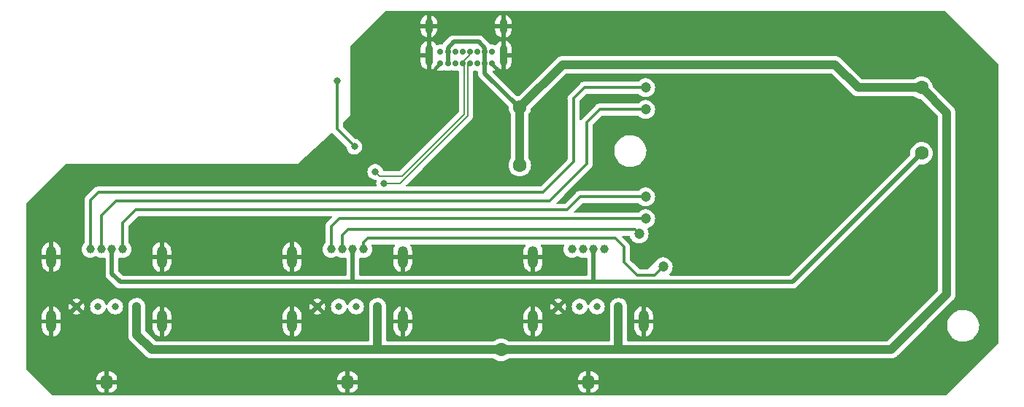
<source format=gbr>
%TF.GenerationSoftware,KiCad,Pcbnew,7.0.2-0*%
%TF.CreationDate,2023-08-10T19:07:58-07:00*%
%TF.ProjectId,led-usb-hub,6c65642d-7573-4622-9d68-75622e6b6963,rev?*%
%TF.SameCoordinates,Original*%
%TF.FileFunction,Copper,L2,Bot*%
%TF.FilePolarity,Positive*%
%FSLAX46Y46*%
G04 Gerber Fmt 4.6, Leading zero omitted, Abs format (unit mm)*
G04 Created by KiCad (PCBNEW 7.0.2-0) date 2023-08-10 19:07:58*
%MOMM*%
%LPD*%
G01*
G04 APERTURE LIST*
G04 Aperture macros list*
%AMRoundRect*
0 Rectangle with rounded corners*
0 $1 Rounding radius*
0 $2 $3 $4 $5 $6 $7 $8 $9 X,Y pos of 4 corners*
0 Add a 4 corners polygon primitive as box body*
4,1,4,$2,$3,$4,$5,$6,$7,$8,$9,$2,$3,0*
0 Add four circle primitives for the rounded corners*
1,1,$1+$1,$2,$3*
1,1,$1+$1,$4,$5*
1,1,$1+$1,$6,$7*
1,1,$1+$1,$8,$9*
0 Add four rect primitives between the rounded corners*
20,1,$1+$1,$2,$3,$4,$5,0*
20,1,$1+$1,$4,$5,$6,$7,0*
20,1,$1+$1,$6,$7,$8,$9,0*
20,1,$1+$1,$8,$9,$2,$3,0*%
G04 Aperture macros list end*
%TA.AperFunction,ComponentPad*%
%ADD10C,0.820000*%
%TD*%
%TA.AperFunction,ComponentPad*%
%ADD11O,1.200000X2.520000*%
%TD*%
%TA.AperFunction,ComponentPad*%
%ADD12RoundRect,0.400000X-0.300000X-0.350000X0.300000X-0.350000X0.300000X0.350000X-0.300000X0.350000X0*%
%TD*%
%TA.AperFunction,ComponentPad*%
%ADD13C,1.000000*%
%TD*%
%TA.AperFunction,ComponentPad*%
%ADD14C,0.700000*%
%TD*%
%TA.AperFunction,ComponentPad*%
%ADD15O,0.900000X2.400000*%
%TD*%
%TA.AperFunction,ComponentPad*%
%ADD16O,0.900000X1.700000*%
%TD*%
%TA.AperFunction,ViaPad*%
%ADD17C,0.800000*%
%TD*%
%TA.AperFunction,ViaPad*%
%ADD18C,1.200000*%
%TD*%
%TA.AperFunction,ViaPad*%
%ADD19C,1.600000*%
%TD*%
%TA.AperFunction,Conductor*%
%ADD20C,0.500000*%
%TD*%
%TA.AperFunction,Conductor*%
%ADD21C,1.000000*%
%TD*%
%TA.AperFunction,Conductor*%
%ADD22C,0.200000*%
%TD*%
%TA.AperFunction,Conductor*%
%ADD23C,0.375000*%
%TD*%
G04 APERTURE END LIST*
D10*
%TO.P,J2,1,VBUS*%
%TO.N,+5V*%
X60600000Y-92260000D03*
%TO.P,J2,2,D-*%
%TO.N,U1-*%
X58100000Y-92260000D03*
%TO.P,J2,3,D+*%
%TO.N,U1+*%
X56100000Y-92260000D03*
D11*
%TO.P,J2,4,GND*%
%TO.N,Earth*%
X50700000Y-86480000D03*
X50700000Y-93980000D03*
D10*
X53600000Y-92260000D03*
D12*
X57100000Y-101020000D03*
D11*
X63500000Y-86480000D03*
X63500000Y-93980000D03*
D13*
%TO.P,J2,5,R*%
%TO.N,Net-(J2-R)*%
X58975000Y-85600000D03*
%TO.P,J2,6,LV*%
%TO.N,+3V3*%
X57725000Y-85600000D03*
%TO.P,J2,7,G*%
%TO.N,Net-(J2-G)*%
X56475000Y-85600000D03*
%TO.P,J2,8,B*%
%TO.N,Net-(J2-B)*%
X55225000Y-85600000D03*
%TD*%
D10*
%TO.P,J4,1,VBUS*%
%TO.N,+5V*%
X116480000Y-92260000D03*
%TO.P,J4,2,D-*%
%TO.N,U3-*%
X113980000Y-92260000D03*
%TO.P,J4,3,D+*%
%TO.N,U3+*%
X111980000Y-92260000D03*
D11*
%TO.P,J4,4,GND*%
%TO.N,Earth*%
X106580000Y-86480000D03*
X106580000Y-93980000D03*
D10*
X109480000Y-92260000D03*
D12*
X112980000Y-101020000D03*
D11*
X119380000Y-86480000D03*
X119380000Y-93980000D03*
D13*
%TO.P,J4,5,R*%
%TO.N,Net-(J4-R)*%
X114855000Y-85600000D03*
%TO.P,J4,6,LV*%
%TO.N,+3V3*%
X113605000Y-85600000D03*
%TO.P,J4,7,G*%
%TO.N,Net-(J4-G)*%
X112355000Y-85600000D03*
%TO.P,J4,8,B*%
%TO.N,Net-(J4-B)*%
X111105000Y-85600000D03*
%TD*%
D14*
%TO.P,J1,A1,GND*%
%TO.N,Earth*%
X101781000Y-63994400D03*
%TO.P,J1,A4,VBUS*%
%TO.N,+5V*%
X100931000Y-63994400D03*
%TO.P,J1,A5,CC1*%
%TO.N,Net-(J1-CC1)*%
X100081000Y-63994400D03*
%TO.P,J1,A6,D+*%
%TO.N,UD+*%
X99231000Y-63994400D03*
%TO.P,J1,A7,D-*%
%TO.N,UD-*%
X98381000Y-63994400D03*
%TO.P,J1,A8,SBU1*%
%TO.N,unconnected-(J1-SBU1-PadA8)*%
X97531000Y-63994400D03*
%TO.P,J1,A9,VBUS*%
%TO.N,+5V*%
X96681000Y-63994400D03*
%TO.P,J1,A12,GND*%
%TO.N,Earth*%
X95831000Y-63994400D03*
%TO.P,J1,B1,GND*%
X95831000Y-62644400D03*
%TO.P,J1,B4,VBUS*%
%TO.N,+5V*%
X96681000Y-62644400D03*
%TO.P,J1,B5,CC2*%
%TO.N,Net-(J1-CC2)*%
X97531000Y-62644400D03*
%TO.P,J1,B6,D+*%
%TO.N,UD+*%
X98381000Y-62644400D03*
%TO.P,J1,B7,D-*%
%TO.N,UD-*%
X99231000Y-62644400D03*
%TO.P,J1,B8,SBU2*%
%TO.N,unconnected-(J1-SBU2-PadB8)*%
X100081000Y-62644400D03*
%TO.P,J1,B9,VBUS*%
%TO.N,+5V*%
X100931000Y-62644400D03*
%TO.P,J1,B12,GND*%
%TO.N,Earth*%
X101781000Y-62644400D03*
D15*
%TO.P,J1,S1,SHIELD*%
X103131000Y-63014400D03*
D16*
X103131000Y-59634400D03*
D15*
X94481000Y-63014400D03*
D16*
X94481000Y-59634400D03*
%TD*%
D10*
%TO.P,J3,1,VBUS*%
%TO.N,+5V*%
X88540000Y-92260000D03*
%TO.P,J3,2,D-*%
%TO.N,U2-*%
X86040000Y-92260000D03*
%TO.P,J3,3,D+*%
%TO.N,U2+*%
X84040000Y-92260000D03*
D11*
%TO.P,J3,4,GND*%
%TO.N,Earth*%
X78640000Y-86480000D03*
X78640000Y-93980000D03*
D10*
X81540000Y-92260000D03*
D12*
X85040000Y-101020000D03*
D11*
X91440000Y-86480000D03*
X91440000Y-93980000D03*
D13*
%TO.P,J3,5,R*%
%TO.N,Net-(J3-R)*%
X86915000Y-85600000D03*
%TO.P,J3,6,LV*%
%TO.N,+3V3*%
X85665000Y-85600000D03*
%TO.P,J3,7,G*%
%TO.N,Net-(J3-G)*%
X84415000Y-85600000D03*
%TO.P,J3,8,B*%
%TO.N,Net-(J3-B)*%
X83165000Y-85600000D03*
%TD*%
D17*
%TO.N,Earth*%
X120015000Y-60071000D03*
D18*
X94640400Y-77724000D03*
D17*
X93218000Y-67691000D03*
D18*
X100838000Y-77343000D03*
X156972000Y-66802000D03*
X97155000Y-86868000D03*
X157480000Y-74422000D03*
X132461000Y-73152000D03*
X97155000Y-92837000D03*
D17*
X105918000Y-65786000D03*
D18*
X88392000Y-65024000D03*
D19*
%TO.N,+5V*%
X151638000Y-66802000D03*
X102870000Y-97282000D03*
X105029000Y-75819000D03*
X105029000Y-69088000D03*
D17*
%TO.N,UD+*%
X89281000Y-77978000D03*
%TO.N,UD-*%
X88265000Y-76581000D03*
D18*
%TO.N,Net-(J2-R)*%
X119634000Y-79502000D03*
D19*
%TO.N,+3V3*%
X151638000Y-74422000D03*
D18*
%TO.N,Net-(J2-G)*%
X119634000Y-69342000D03*
%TO.N,Net-(J2-B)*%
X119634000Y-66802000D03*
%TO.N,Net-(J3-R)*%
X121666000Y-87630000D03*
%TO.N,Net-(J3-G)*%
X118872000Y-83820000D03*
%TO.N,Net-(J3-B)*%
X119634000Y-82042000D03*
D17*
%TO.N,LINK*%
X85852000Y-73660000D03*
X83820000Y-66040000D03*
%TD*%
D20*
%TO.N,+5V*%
X100931000Y-63994400D02*
X100931000Y-62644400D01*
D21*
X148082000Y-97282000D02*
X116459000Y-97282000D01*
X116480000Y-95144000D02*
X116484400Y-95148400D01*
D20*
X96681000Y-62149426D02*
X97362426Y-61468000D01*
D21*
X116484400Y-95148400D02*
X116484400Y-97256600D01*
X116480000Y-92260000D02*
X116480000Y-95144000D01*
X102870000Y-97282000D02*
X88442800Y-97282000D01*
X109982000Y-64135000D02*
X105029000Y-69088000D01*
D20*
X96681000Y-62644400D02*
X96681000Y-63994400D01*
X96681000Y-62644400D02*
X96681000Y-62149426D01*
D21*
X116484400Y-97256600D02*
X116459000Y-97282000D01*
X105029000Y-75819000D02*
X105029000Y-69088000D01*
X116484400Y-92252800D02*
X116484400Y-95148400D01*
X141605000Y-64135000D02*
X109982000Y-64135000D01*
X88540000Y-96164400D02*
X88540000Y-96524400D01*
X62357000Y-97282000D02*
X60600000Y-95525000D01*
X88540000Y-97184800D02*
X88442800Y-97282000D01*
X144272000Y-66802000D02*
X141605000Y-64135000D01*
X60600000Y-95525000D02*
X60600000Y-92260000D01*
X154559000Y-90805000D02*
X148082000Y-97282000D01*
D20*
X100931000Y-62149426D02*
X100931000Y-62644400D01*
D21*
X151638000Y-66802000D02*
X154559000Y-69723000D01*
X87782400Y-97282000D02*
X62357000Y-97282000D01*
D20*
X100931000Y-65117000D02*
X104902000Y-69088000D01*
X97362426Y-61468000D02*
X100249574Y-61468000D01*
D21*
X151765000Y-66802000D02*
X144272000Y-66802000D01*
X88540000Y-96164400D02*
X88540000Y-97184800D01*
X116459000Y-97282000D02*
X102870000Y-97282000D01*
X154559000Y-69723000D02*
X154559000Y-90805000D01*
D20*
X100249574Y-61468000D02*
X100931000Y-62149426D01*
X100931000Y-63994400D02*
X100931000Y-65117000D01*
D21*
X88540000Y-92260000D02*
X88540000Y-96164400D01*
X88442800Y-97282000D02*
X87782400Y-97282000D01*
D22*
%TO.N,UD+*%
X99031001Y-70070199D02*
X91123200Y-77978000D01*
X99231000Y-63994400D02*
X99031001Y-64194399D01*
X89281000Y-77978000D02*
X91123200Y-77978000D01*
X99031001Y-64194399D02*
X99031001Y-70070199D01*
%TO.N,UD-*%
X91346801Y-77117999D02*
X98580999Y-69883801D01*
X98381000Y-63994400D02*
X98381000Y-63798000D01*
X98580999Y-69883801D02*
X98580999Y-64194399D01*
X88265000Y-76581000D02*
X88801999Y-77117999D01*
X98580999Y-64194399D02*
X98381000Y-63994400D01*
X88801999Y-77117999D02*
X91346801Y-77117999D01*
X98381000Y-63798000D02*
X99231000Y-62948000D01*
D23*
%TO.N,Net-(J2-R)*%
X112014000Y-79502000D02*
X110490000Y-81026000D01*
X110490000Y-81026000D02*
X60452000Y-81026000D01*
X119634000Y-79502000D02*
X112014000Y-79502000D01*
X58975000Y-82503000D02*
X58975000Y-85600000D01*
X60452000Y-81026000D02*
X58975000Y-82503000D01*
D20*
%TO.N,+3V3*%
X113605000Y-89348000D02*
X113665000Y-89408000D01*
X113665000Y-89408000D02*
X85725000Y-89408000D01*
X58674000Y-89408000D02*
X85725000Y-89408000D01*
X114300000Y-89408000D02*
X113665000Y-89408000D01*
X85665000Y-85600000D02*
X85665000Y-89348000D01*
X151638000Y-74422000D02*
X136652000Y-89408000D01*
X113605000Y-85600000D02*
X113605000Y-89348000D01*
X57725000Y-88459000D02*
X58674000Y-89408000D01*
X136652000Y-89408000D02*
X114300000Y-89408000D01*
X85665000Y-89348000D02*
X85725000Y-89408000D01*
X57725000Y-85600000D02*
X57725000Y-88459000D01*
D23*
%TO.N,Net-(J2-G)*%
X112776000Y-75692000D02*
X108458000Y-80010000D01*
X119634000Y-69342000D02*
X114300000Y-69342000D01*
X58166000Y-80010000D02*
X56475000Y-81701000D01*
X112776000Y-70866000D02*
X112776000Y-75692000D01*
X114300000Y-69342000D02*
X112776000Y-70866000D01*
X56475000Y-81701000D02*
X56475000Y-85600000D01*
X108458000Y-80010000D02*
X58166000Y-80010000D01*
%TO.N,Net-(J2-B)*%
X119634000Y-66802000D02*
X112522000Y-66802000D01*
X111252000Y-68072000D02*
X111252000Y-75438000D01*
X56134000Y-78994000D02*
X55225000Y-79903000D01*
X107696000Y-78994000D02*
X56134000Y-78994000D01*
X111252000Y-75438000D02*
X107696000Y-78994000D01*
X112522000Y-66802000D02*
X111252000Y-68072000D01*
X55225000Y-79903000D02*
X55225000Y-85600000D01*
%TO.N,Net-(J3-R)*%
X117094000Y-85344000D02*
X116078000Y-84328000D01*
X87376000Y-84328000D02*
X86915000Y-84789000D01*
X86915000Y-84789000D02*
X86915000Y-85600000D01*
X121666000Y-87630000D02*
X120650000Y-88646000D01*
X117094000Y-87122000D02*
X117094000Y-85344000D01*
X118618000Y-88646000D02*
X117094000Y-87122000D01*
X120650000Y-88646000D02*
X118618000Y-88646000D01*
X116078000Y-84328000D02*
X87376000Y-84328000D01*
%TO.N,Net-(J3-G)*%
X84415000Y-83987000D02*
X84415000Y-85600000D01*
X118872000Y-83820000D02*
X118364000Y-83312000D01*
X85090000Y-83312000D02*
X84415000Y-83987000D01*
X118364000Y-83312000D02*
X85090000Y-83312000D01*
%TO.N,Net-(J3-B)*%
X84074000Y-82042000D02*
X83165000Y-82951000D01*
X83165000Y-82951000D02*
X83165000Y-85600000D01*
X119634000Y-82042000D02*
X84074000Y-82042000D01*
%TO.N,LINK*%
X85852000Y-73660000D02*
X83820000Y-71628000D01*
X83820000Y-71628000D02*
X83820000Y-66040000D01*
%TD*%
%TA.AperFunction,Conductor*%
%TO.N,Earth*%
G36*
X120650000Y-87122000D02*
G01*
X119814000Y-87958000D01*
X118954341Y-87958000D01*
X118942532Y-87954532D01*
X118110000Y-87122000D01*
X118110000Y-84614503D01*
X118205958Y-84701981D01*
X118379361Y-84809347D01*
X118379363Y-84809348D01*
X118569544Y-84883024D01*
X118770024Y-84920500D01*
X118770026Y-84920500D01*
X118973974Y-84920500D01*
X118973976Y-84920500D01*
X119174456Y-84883024D01*
X119364637Y-84809348D01*
X119538041Y-84701981D01*
X119669654Y-84582000D01*
X120650000Y-84582000D01*
X120650000Y-87122000D01*
G37*
%TD.AperFunction*%
%TD*%
%TA.AperFunction,Conductor*%
%TO.N,Earth*%
G36*
X83196698Y-81733685D02*
G01*
X83242453Y-81786489D01*
X83252397Y-81855647D01*
X83223372Y-81919203D01*
X83217340Y-81925681D01*
X82695864Y-82447155D01*
X82690412Y-82452287D01*
X82646243Y-82491418D01*
X82612718Y-82539986D01*
X82608283Y-82546013D01*
X82571899Y-82592456D01*
X82567896Y-82601350D01*
X82556878Y-82620885D01*
X82551333Y-82628918D01*
X82530403Y-82684104D01*
X82527538Y-82691020D01*
X82503326Y-82744815D01*
X82501568Y-82754412D01*
X82495544Y-82776021D01*
X82492086Y-82785138D01*
X82484974Y-82843708D01*
X82483847Y-82851109D01*
X82473210Y-82909151D01*
X82476774Y-82968051D01*
X82477000Y-82975538D01*
X82477000Y-84816865D01*
X82457315Y-84883904D01*
X82448853Y-84895530D01*
X82329089Y-85041462D01*
X82236185Y-85215273D01*
X82178976Y-85403866D01*
X82159659Y-85600000D01*
X82178976Y-85796133D01*
X82236185Y-85984726D01*
X82236186Y-85984727D01*
X82329090Y-86158538D01*
X82454117Y-86310883D01*
X82606462Y-86435910D01*
X82780273Y-86528814D01*
X82968868Y-86586024D01*
X83165000Y-86605341D01*
X83361132Y-86586024D01*
X83549727Y-86528814D01*
X83723538Y-86435910D01*
X83723538Y-86435909D01*
X83731547Y-86431629D01*
X83799950Y-86417387D01*
X83848453Y-86431629D01*
X83856461Y-86435909D01*
X83856462Y-86435910D01*
X84030273Y-86528814D01*
X84218868Y-86586024D01*
X84415000Y-86605341D01*
X84611132Y-86586024D01*
X84754505Y-86542531D01*
X84824371Y-86541908D01*
X84883484Y-86579156D01*
X84913075Y-86642449D01*
X84914500Y-86661192D01*
X84914500Y-88533500D01*
X84894815Y-88600539D01*
X84842011Y-88646294D01*
X84790500Y-88657500D01*
X59036229Y-88657500D01*
X58969190Y-88637815D01*
X58948548Y-88621181D01*
X58511819Y-88184451D01*
X58478334Y-88123128D01*
X58475500Y-88096770D01*
X58475500Y-87381984D01*
X58475500Y-87189450D01*
X62400000Y-87189450D01*
X62400281Y-87195359D01*
X62414964Y-87349120D01*
X62474149Y-87550687D01*
X62570412Y-87737412D01*
X62700269Y-87902538D01*
X62859036Y-88040111D01*
X63040963Y-88145146D01*
X63239485Y-88213855D01*
X63250000Y-88215366D01*
X63249999Y-87515277D01*
X63333740Y-87563625D01*
X63465992Y-87593810D01*
X63601265Y-87583673D01*
X63727541Y-87534113D01*
X63750000Y-87516202D01*
X63750000Y-88211257D01*
X63861410Y-88184229D01*
X64052505Y-88096960D01*
X64223621Y-87975107D01*
X64368592Y-87823066D01*
X64482166Y-87646344D01*
X64560244Y-87451314D01*
X64600000Y-87245037D01*
X64600000Y-87189450D01*
X77540000Y-87189450D01*
X77540281Y-87195359D01*
X77554964Y-87349120D01*
X77614149Y-87550687D01*
X77710412Y-87737412D01*
X77840269Y-87902538D01*
X77999036Y-88040111D01*
X78180963Y-88145146D01*
X78379485Y-88213855D01*
X78390000Y-88215366D01*
X78390000Y-87515277D01*
X78473740Y-87563625D01*
X78605992Y-87593810D01*
X78741265Y-87583673D01*
X78867541Y-87534113D01*
X78890000Y-87516202D01*
X78890000Y-88211257D01*
X79001410Y-88184229D01*
X79192505Y-88096960D01*
X79363621Y-87975107D01*
X79508592Y-87823066D01*
X79622166Y-87646344D01*
X79700244Y-87451314D01*
X79740000Y-87245037D01*
X79740000Y-86730000D01*
X79090000Y-86730000D01*
X79090000Y-86230000D01*
X79740000Y-86230000D01*
X79740000Y-85770549D01*
X79739718Y-85764640D01*
X79725035Y-85610879D01*
X79665850Y-85409312D01*
X79569587Y-85222587D01*
X79439730Y-85057461D01*
X79280963Y-84919888D01*
X79099036Y-84814853D01*
X78900511Y-84746143D01*
X78890000Y-84744631D01*
X78890000Y-85444722D01*
X78806260Y-85396375D01*
X78674008Y-85366190D01*
X78538735Y-85376327D01*
X78412459Y-85425887D01*
X78390000Y-85443797D01*
X78390000Y-84748740D01*
X78278593Y-84775768D01*
X78087494Y-84863039D01*
X77916378Y-84984892D01*
X77771407Y-85136933D01*
X77657833Y-85313655D01*
X77579755Y-85508685D01*
X77540000Y-85714962D01*
X77540000Y-86230000D01*
X78190000Y-86230000D01*
X78190000Y-86730000D01*
X77540000Y-86730000D01*
X77540000Y-87189450D01*
X64600000Y-87189450D01*
X64600000Y-86730000D01*
X63950000Y-86730000D01*
X63950000Y-86230000D01*
X64600000Y-86230000D01*
X64600000Y-85770549D01*
X64599718Y-85764640D01*
X64585035Y-85610879D01*
X64525850Y-85409312D01*
X64429587Y-85222587D01*
X64299730Y-85057461D01*
X64140963Y-84919888D01*
X63959036Y-84814853D01*
X63760511Y-84746143D01*
X63750000Y-84744631D01*
X63750000Y-84744632D01*
X63749999Y-85444721D01*
X63666260Y-85396375D01*
X63534008Y-85366190D01*
X63398735Y-85376327D01*
X63272459Y-85425887D01*
X63249999Y-85443797D01*
X63249999Y-84748740D01*
X63138593Y-84775768D01*
X62947494Y-84863039D01*
X62776378Y-84984892D01*
X62631407Y-85136933D01*
X62517833Y-85313655D01*
X62439755Y-85508685D01*
X62400000Y-85714962D01*
X62400000Y-86230000D01*
X63050000Y-86230000D01*
X63050000Y-86730000D01*
X62400000Y-86730000D01*
X62400000Y-87189450D01*
X58475500Y-87189450D01*
X58475500Y-86661188D01*
X58495184Y-86594153D01*
X58547987Y-86548398D01*
X58617146Y-86538454D01*
X58635494Y-86542531D01*
X58778868Y-86586024D01*
X58975000Y-86605341D01*
X59171132Y-86586024D01*
X59359727Y-86528814D01*
X59533538Y-86435910D01*
X59685883Y-86310883D01*
X59810910Y-86158538D01*
X59903814Y-85984727D01*
X59961024Y-85796132D01*
X59980341Y-85600000D01*
X59961024Y-85403868D01*
X59903814Y-85215273D01*
X59810910Y-85041462D01*
X59764484Y-84984892D01*
X59691146Y-84895529D01*
X59663833Y-84831219D01*
X59662999Y-84816864D01*
X59662999Y-84000000D01*
X59662999Y-82839337D01*
X59682684Y-82772302D01*
X59699313Y-82751665D01*
X60700660Y-81750318D01*
X60761983Y-81716834D01*
X60788341Y-81714000D01*
X83129659Y-81714000D01*
X83196698Y-81733685D01*
G37*
%TD.AperFunction*%
%TA.AperFunction,Conductor*%
G36*
X90489076Y-85035685D02*
G01*
X90534831Y-85088489D01*
X90544775Y-85157647D01*
X90526352Y-85207040D01*
X90457833Y-85313655D01*
X90379755Y-85508685D01*
X90340000Y-85714962D01*
X90340000Y-86230000D01*
X90990000Y-86230000D01*
X90990000Y-86730000D01*
X90340000Y-86730000D01*
X90340000Y-87189450D01*
X90340281Y-87195359D01*
X90354964Y-87349120D01*
X90414149Y-87550687D01*
X90510412Y-87737412D01*
X90640269Y-87902538D01*
X90799036Y-88040111D01*
X90980963Y-88145146D01*
X91179485Y-88213855D01*
X91190000Y-88215366D01*
X91190000Y-87515277D01*
X91273740Y-87563625D01*
X91405992Y-87593810D01*
X91541265Y-87583673D01*
X91667541Y-87534113D01*
X91690000Y-87516202D01*
X91690000Y-88211257D01*
X91801410Y-88184229D01*
X91992505Y-88096960D01*
X92163621Y-87975107D01*
X92308592Y-87823066D01*
X92422166Y-87646344D01*
X92500244Y-87451314D01*
X92539999Y-87245037D01*
X92540000Y-86730000D01*
X91890000Y-86730000D01*
X91890000Y-86230000D01*
X92540000Y-86230000D01*
X92540000Y-85770549D01*
X92539718Y-85764640D01*
X92525035Y-85610879D01*
X92465850Y-85409312D01*
X92369587Y-85222587D01*
X92364920Y-85216653D01*
X92338951Y-85151789D01*
X92352172Y-85083182D01*
X92400387Y-85032614D01*
X92462389Y-85016000D01*
X105562037Y-85016000D01*
X105629076Y-85035685D01*
X105674831Y-85088489D01*
X105684775Y-85157647D01*
X105666352Y-85207040D01*
X105597833Y-85313655D01*
X105519755Y-85508685D01*
X105480000Y-85714962D01*
X105480000Y-86230000D01*
X106130000Y-86230000D01*
X106130000Y-86730000D01*
X105480000Y-86730000D01*
X105480000Y-87189450D01*
X105480281Y-87195359D01*
X105494964Y-87349120D01*
X105554149Y-87550687D01*
X105650412Y-87737412D01*
X105780269Y-87902538D01*
X105939036Y-88040111D01*
X106120963Y-88145146D01*
X106319485Y-88213855D01*
X106330000Y-88215366D01*
X106329999Y-87515277D01*
X106413740Y-87563625D01*
X106545992Y-87593810D01*
X106681265Y-87583673D01*
X106807541Y-87534113D01*
X106830000Y-87516202D01*
X106830000Y-88211257D01*
X106941410Y-88184229D01*
X107132505Y-88096960D01*
X107303621Y-87975107D01*
X107448592Y-87823066D01*
X107562166Y-87646344D01*
X107640244Y-87451314D01*
X107680000Y-87245037D01*
X107680000Y-86730000D01*
X107030000Y-86730000D01*
X107030000Y-86230000D01*
X107680000Y-86230000D01*
X107680000Y-85770549D01*
X107679718Y-85764640D01*
X107665035Y-85610879D01*
X107605850Y-85409312D01*
X107509587Y-85222587D01*
X107504920Y-85216653D01*
X107478951Y-85151789D01*
X107492172Y-85083182D01*
X107540387Y-85032614D01*
X107602389Y-85016000D01*
X110075819Y-85016000D01*
X110142858Y-85035685D01*
X110188613Y-85088489D01*
X110198557Y-85157647D01*
X110185178Y-85198448D01*
X110180587Y-85207040D01*
X110176184Y-85215276D01*
X110118976Y-85403866D01*
X110099659Y-85600000D01*
X110118976Y-85796133D01*
X110176185Y-85984726D01*
X110176186Y-85984727D01*
X110269090Y-86158538D01*
X110394117Y-86310883D01*
X110546462Y-86435910D01*
X110720273Y-86528814D01*
X110908868Y-86586024D01*
X111105000Y-86605341D01*
X111301132Y-86586024D01*
X111489727Y-86528814D01*
X111663538Y-86435910D01*
X111663538Y-86435909D01*
X111671547Y-86431629D01*
X111739950Y-86417387D01*
X111788453Y-86431629D01*
X111796461Y-86435909D01*
X111796462Y-86435910D01*
X111970273Y-86528814D01*
X112158868Y-86586024D01*
X112355000Y-86605341D01*
X112551132Y-86586024D01*
X112694505Y-86542531D01*
X112764371Y-86541908D01*
X112823484Y-86579156D01*
X112853075Y-86642449D01*
X112854500Y-86661192D01*
X112854500Y-88533500D01*
X112834815Y-88600539D01*
X112782011Y-88646294D01*
X112730500Y-88657500D01*
X86539500Y-88657500D01*
X86472461Y-88637815D01*
X86426706Y-88585011D01*
X86415500Y-88533500D01*
X86415500Y-86661192D01*
X86435185Y-86594153D01*
X86487989Y-86548398D01*
X86557147Y-86538454D01*
X86575491Y-86542531D01*
X86718868Y-86586024D01*
X86915000Y-86605341D01*
X87111132Y-86586024D01*
X87299727Y-86528814D01*
X87473538Y-86435910D01*
X87625883Y-86310883D01*
X87750910Y-86158538D01*
X87843814Y-85984727D01*
X87901024Y-85796132D01*
X87920341Y-85600000D01*
X87901024Y-85403868D01*
X87843814Y-85215273D01*
X87834822Y-85198450D01*
X87820581Y-85130051D01*
X87845580Y-85064807D01*
X87901885Y-85023436D01*
X87944181Y-85016000D01*
X90422037Y-85016000D01*
X90489076Y-85035685D01*
G37*
%TD.AperFunction*%
%TA.AperFunction,Conductor*%
G36*
X117752434Y-84019685D02*
G01*
X117798189Y-84072489D01*
X117804661Y-84090065D01*
X117841418Y-84219251D01*
X117932324Y-84401818D01*
X118055236Y-84564580D01*
X118110000Y-84614503D01*
X118110000Y-87122000D01*
X118145384Y-87157384D01*
X118138353Y-87158396D01*
X118074797Y-87129371D01*
X118068319Y-87123339D01*
X117818319Y-86873339D01*
X117784834Y-86812016D01*
X117782000Y-86785658D01*
X117782000Y-86158536D01*
X117782000Y-85368503D01*
X117782223Y-85361085D01*
X117785789Y-85302154D01*
X117775147Y-85244088D01*
X117774026Y-85236728D01*
X117766914Y-85178142D01*
X117763454Y-85169021D01*
X117757428Y-85147400D01*
X117755672Y-85137815D01*
X117731453Y-85084003D01*
X117728595Y-85077103D01*
X117715078Y-85041462D01*
X117707668Y-85021922D01*
X117702126Y-85013893D01*
X117691102Y-84994347D01*
X117687101Y-84985457D01*
X117650705Y-84939001D01*
X117646285Y-84932993D01*
X117612758Y-84884421D01*
X117568579Y-84845282D01*
X117563141Y-84840162D01*
X116934660Y-84211681D01*
X116901175Y-84150358D01*
X116906159Y-84080666D01*
X116948031Y-84024733D01*
X117013495Y-84000316D01*
X117022341Y-84000000D01*
X117685395Y-84000000D01*
X117752434Y-84019685D01*
G37*
%TD.AperFunction*%
%TA.AperFunction,Conductor*%
G36*
X154447469Y-57932185D02*
G01*
X154468111Y-57948819D01*
X160491181Y-63971888D01*
X160524666Y-64033211D01*
X160527500Y-64059569D01*
X160527500Y-96468430D01*
X160507815Y-96535469D01*
X160491181Y-96556111D01*
X154468111Y-102579181D01*
X154406788Y-102612666D01*
X154380430Y-102615500D01*
X50850862Y-102615500D01*
X50783823Y-102595815D01*
X50763181Y-102579181D01*
X49614536Y-101430536D01*
X55900000Y-101430536D01*
X55900191Y-101435416D01*
X55906185Y-101511567D01*
X55955149Y-101694306D01*
X56041039Y-101862875D01*
X56160099Y-102009900D01*
X56307124Y-102128960D01*
X56475693Y-102214850D01*
X56658432Y-102263814D01*
X56734583Y-102269808D01*
X56739463Y-102270000D01*
X56850000Y-102270000D01*
X56850000Y-101482423D01*
X56888873Y-101506063D01*
X57027840Y-101545000D01*
X57135913Y-101545000D01*
X57242975Y-101530285D01*
X57350000Y-101483797D01*
X57350000Y-102270000D01*
X57460537Y-102270000D01*
X57465416Y-102269808D01*
X57541567Y-102263814D01*
X57724306Y-102214850D01*
X57892875Y-102128960D01*
X58039900Y-102009900D01*
X58158960Y-101862875D01*
X58244850Y-101694306D01*
X58293814Y-101511567D01*
X58299808Y-101435416D01*
X58300000Y-101430536D01*
X83840000Y-101430536D01*
X83840191Y-101435416D01*
X83846185Y-101511567D01*
X83895149Y-101694306D01*
X83981039Y-101862875D01*
X84100099Y-102009900D01*
X84247124Y-102128960D01*
X84415693Y-102214850D01*
X84598432Y-102263814D01*
X84674583Y-102269808D01*
X84679463Y-102270000D01*
X84790000Y-102270000D01*
X84790000Y-101482423D01*
X84828873Y-101506063D01*
X84967840Y-101545000D01*
X85075913Y-101545000D01*
X85182975Y-101530285D01*
X85290000Y-101483797D01*
X85290000Y-102270000D01*
X85400537Y-102270000D01*
X85405416Y-102269808D01*
X85481567Y-102263814D01*
X85664306Y-102214850D01*
X85832875Y-102128960D01*
X85979900Y-102009900D01*
X86098960Y-101862875D01*
X86184850Y-101694306D01*
X86233814Y-101511567D01*
X86239808Y-101435416D01*
X86240000Y-101430536D01*
X111780000Y-101430536D01*
X111780191Y-101435416D01*
X111786185Y-101511567D01*
X111835149Y-101694306D01*
X111921039Y-101862875D01*
X112040099Y-102009900D01*
X112187124Y-102128960D01*
X112355693Y-102214850D01*
X112538432Y-102263814D01*
X112614583Y-102269808D01*
X112619463Y-102270000D01*
X112730000Y-102270000D01*
X112729999Y-101482423D01*
X112768873Y-101506063D01*
X112907840Y-101545000D01*
X113015913Y-101545000D01*
X113122975Y-101530285D01*
X113229999Y-101483797D01*
X113230000Y-102270000D01*
X113340537Y-102270000D01*
X113345416Y-102269808D01*
X113421567Y-102263814D01*
X113604306Y-102214850D01*
X113772875Y-102128960D01*
X113919900Y-102009900D01*
X114038960Y-101862875D01*
X114124850Y-101694306D01*
X114173814Y-101511567D01*
X114179808Y-101435416D01*
X114180000Y-101430536D01*
X114180000Y-101270000D01*
X113446149Y-101270000D01*
X113450522Y-101263805D01*
X113498852Y-101127819D01*
X113508701Y-100983836D01*
X113479338Y-100842535D01*
X113441754Y-100770000D01*
X114180000Y-100770000D01*
X114180000Y-100609463D01*
X114179808Y-100604583D01*
X114173814Y-100528432D01*
X114124850Y-100345693D01*
X114038960Y-100177124D01*
X113919900Y-100030099D01*
X113772875Y-99911039D01*
X113604306Y-99825149D01*
X113421567Y-99776185D01*
X113345416Y-99770191D01*
X113340537Y-99770000D01*
X113230000Y-99770000D01*
X113230000Y-100557576D01*
X113191127Y-100533937D01*
X113052160Y-100495000D01*
X112944087Y-100495000D01*
X112837025Y-100509715D01*
X112730000Y-100556202D01*
X112730000Y-99770000D01*
X112619463Y-99770000D01*
X112614583Y-99770191D01*
X112538432Y-99776185D01*
X112355693Y-99825149D01*
X112187124Y-99911039D01*
X112040099Y-100030099D01*
X111921039Y-100177124D01*
X111835149Y-100345693D01*
X111786185Y-100528432D01*
X111780191Y-100604583D01*
X111780000Y-100609463D01*
X111780000Y-100770000D01*
X112513851Y-100770000D01*
X112509478Y-100776195D01*
X112461148Y-100912181D01*
X112451299Y-101056164D01*
X112480662Y-101197465D01*
X112518246Y-101270000D01*
X111780000Y-101270000D01*
X111780000Y-101430536D01*
X86240000Y-101430536D01*
X86240000Y-101270000D01*
X85506149Y-101270000D01*
X85510522Y-101263805D01*
X85558852Y-101127819D01*
X85568701Y-100983836D01*
X85539338Y-100842535D01*
X85501754Y-100770000D01*
X86240000Y-100770000D01*
X86240000Y-100609463D01*
X86239808Y-100604583D01*
X86233814Y-100528432D01*
X86184850Y-100345693D01*
X86098960Y-100177124D01*
X85979900Y-100030099D01*
X85832875Y-99911039D01*
X85664306Y-99825149D01*
X85481567Y-99776185D01*
X85405416Y-99770191D01*
X85400537Y-99770000D01*
X85290000Y-99770000D01*
X85289999Y-100557576D01*
X85251127Y-100533937D01*
X85112160Y-100495000D01*
X85004087Y-100495000D01*
X84897025Y-100509715D01*
X84789999Y-100556202D01*
X84790000Y-99770000D01*
X84679463Y-99770000D01*
X84674583Y-99770191D01*
X84598432Y-99776185D01*
X84415693Y-99825149D01*
X84247124Y-99911039D01*
X84100099Y-100030099D01*
X83981039Y-100177124D01*
X83895149Y-100345693D01*
X83846185Y-100528432D01*
X83840191Y-100604583D01*
X83840000Y-100609463D01*
X83840000Y-100770000D01*
X84573851Y-100770000D01*
X84569478Y-100776195D01*
X84521148Y-100912181D01*
X84511299Y-101056164D01*
X84540662Y-101197465D01*
X84578246Y-101270000D01*
X83840000Y-101270000D01*
X83840000Y-101430536D01*
X58300000Y-101430536D01*
X58300000Y-101270000D01*
X57566149Y-101270000D01*
X57570522Y-101263805D01*
X57618852Y-101127819D01*
X57628701Y-100983836D01*
X57599338Y-100842535D01*
X57561754Y-100770000D01*
X58300000Y-100770000D01*
X58300000Y-100609463D01*
X58299808Y-100604583D01*
X58293814Y-100528432D01*
X58244850Y-100345693D01*
X58158960Y-100177124D01*
X58039900Y-100030099D01*
X57892875Y-99911039D01*
X57724306Y-99825149D01*
X57541567Y-99776185D01*
X57465416Y-99770191D01*
X57460537Y-99770000D01*
X57350000Y-99770000D01*
X57350000Y-100557576D01*
X57311127Y-100533937D01*
X57172160Y-100495000D01*
X57064087Y-100495000D01*
X56957025Y-100509715D01*
X56850000Y-100556202D01*
X56850000Y-99770000D01*
X56739463Y-99770000D01*
X56734583Y-99770191D01*
X56658432Y-99776185D01*
X56475693Y-99825149D01*
X56307124Y-99911039D01*
X56160099Y-100030099D01*
X56041039Y-100177124D01*
X55955149Y-100345693D01*
X55906185Y-100528432D01*
X55900191Y-100604583D01*
X55900000Y-100609463D01*
X55900000Y-100770000D01*
X56633851Y-100770000D01*
X56629478Y-100776195D01*
X56581148Y-100912181D01*
X56571299Y-101056164D01*
X56600662Y-101197465D01*
X56638246Y-101270000D01*
X55900000Y-101270000D01*
X55900000Y-101430536D01*
X49614536Y-101430536D01*
X47788319Y-99604319D01*
X47754834Y-99542996D01*
X47752000Y-99516638D01*
X47752000Y-94689450D01*
X49600000Y-94689450D01*
X49600281Y-94695359D01*
X49614964Y-94849120D01*
X49674149Y-95050687D01*
X49770412Y-95237412D01*
X49900269Y-95402538D01*
X50059036Y-95540111D01*
X50240963Y-95645146D01*
X50439485Y-95713855D01*
X50450000Y-95715366D01*
X50450000Y-95015277D01*
X50533740Y-95063625D01*
X50665992Y-95093810D01*
X50801265Y-95083673D01*
X50927541Y-95034113D01*
X50950000Y-95016202D01*
X50950000Y-95711257D01*
X51061410Y-95684229D01*
X51252505Y-95596960D01*
X51423621Y-95475107D01*
X51568592Y-95323066D01*
X51682166Y-95146344D01*
X51760244Y-94951314D01*
X51800000Y-94745037D01*
X51800000Y-94230000D01*
X51150000Y-94230000D01*
X51150000Y-93730000D01*
X51800000Y-93730000D01*
X51800000Y-93270549D01*
X51799718Y-93264640D01*
X51785035Y-93110879D01*
X51769557Y-93058164D01*
X53155386Y-93058164D01*
X53317249Y-93130230D01*
X53504353Y-93170000D01*
X53695647Y-93170000D01*
X53882754Y-93130229D01*
X54044611Y-93058165D01*
X54044611Y-93058164D01*
X53600001Y-92613553D01*
X53600000Y-92613553D01*
X53155386Y-93058164D01*
X51769557Y-93058164D01*
X51725850Y-92909312D01*
X51629587Y-92722587D01*
X51499730Y-92557461D01*
X51340963Y-92419888D01*
X51159036Y-92314853D01*
X51000545Y-92259999D01*
X52684987Y-92259999D01*
X52704982Y-92450243D01*
X52764094Y-92632169D01*
X52804424Y-92702022D01*
X53246447Y-92260000D01*
X53246447Y-92259999D01*
X53217349Y-92230901D01*
X53285975Y-92230901D01*
X53296669Y-92346305D01*
X53348329Y-92450053D01*
X53433979Y-92528133D01*
X53542051Y-92570000D01*
X53628727Y-92570000D01*
X53713925Y-92554074D01*
X53812463Y-92493061D01*
X53882308Y-92400573D01*
X53914025Y-92289099D01*
X53911329Y-92260000D01*
X53953553Y-92260000D01*
X54395574Y-92702022D01*
X54395575Y-92702021D01*
X54435905Y-92632171D01*
X54495017Y-92450243D01*
X54515012Y-92260000D01*
X55184485Y-92260000D01*
X55204491Y-92450347D01*
X55263634Y-92632373D01*
X55359330Y-92798123D01*
X55359333Y-92798126D01*
X55487401Y-92940360D01*
X55520217Y-92964202D01*
X55642240Y-93052858D01*
X55642241Y-93052858D01*
X55642242Y-93052859D01*
X55817090Y-93130707D01*
X55817093Y-93130707D01*
X55817094Y-93130708D01*
X56004301Y-93170500D01*
X56004303Y-93170500D01*
X56195699Y-93170500D01*
X56382905Y-93130708D01*
X56382904Y-93130708D01*
X56382910Y-93130707D01*
X56557758Y-93052859D01*
X56712599Y-92940360D01*
X56840667Y-92798126D01*
X56865578Y-92754980D01*
X56896153Y-92702022D01*
X56936365Y-92632373D01*
X56982069Y-92491709D01*
X57021506Y-92434034D01*
X57085864Y-92406835D01*
X57154711Y-92418749D01*
X57206187Y-92465993D01*
X57217931Y-92491710D01*
X57263634Y-92632372D01*
X57359330Y-92798123D01*
X57359333Y-92798126D01*
X57487401Y-92940360D01*
X57520217Y-92964202D01*
X57642240Y-93052858D01*
X57642241Y-93052858D01*
X57642242Y-93052859D01*
X57817090Y-93130707D01*
X57817093Y-93130707D01*
X57817094Y-93130708D01*
X58004301Y-93170500D01*
X58004303Y-93170500D01*
X58195699Y-93170500D01*
X58382905Y-93130708D01*
X58382904Y-93130708D01*
X58382910Y-93130707D01*
X58557758Y-93052859D01*
X58712599Y-92940360D01*
X58840667Y-92798126D01*
X58865578Y-92754980D01*
X58936365Y-92632373D01*
X58961806Y-92554074D01*
X58995509Y-92450346D01*
X59015515Y-92260000D01*
X58995509Y-92069654D01*
X58936365Y-91887627D01*
X58936365Y-91887626D01*
X58840669Y-91721876D01*
X58801431Y-91678298D01*
X58712599Y-91579640D01*
X58634048Y-91522569D01*
X58557759Y-91467141D01*
X58416196Y-91404113D01*
X58382910Y-91389293D01*
X58382909Y-91389292D01*
X58382905Y-91389291D01*
X58195699Y-91349500D01*
X58195697Y-91349500D01*
X58004303Y-91349500D01*
X58004301Y-91349500D01*
X57817090Y-91389292D01*
X57642242Y-91467140D01*
X57487401Y-91579638D01*
X57359332Y-91721873D01*
X57263634Y-91887626D01*
X57217931Y-92028290D01*
X57178494Y-92085965D01*
X57114135Y-92113164D01*
X57045289Y-92101250D01*
X56993813Y-92054006D01*
X56982069Y-92028290D01*
X56936365Y-91887626D01*
X56840669Y-91721876D01*
X56801431Y-91678298D01*
X56712599Y-91579640D01*
X56634048Y-91522569D01*
X56557759Y-91467141D01*
X56416196Y-91404113D01*
X56382910Y-91389293D01*
X56382909Y-91389292D01*
X56382905Y-91389291D01*
X56195699Y-91349500D01*
X56195697Y-91349500D01*
X56004303Y-91349500D01*
X56004301Y-91349500D01*
X55817090Y-91389292D01*
X55642242Y-91467140D01*
X55487401Y-91579638D01*
X55359332Y-91721873D01*
X55263634Y-91887626D01*
X55204491Y-92069652D01*
X55184485Y-92260000D01*
X54515012Y-92260000D01*
X54495017Y-92069756D01*
X54435906Y-91887832D01*
X54395573Y-91817976D01*
X53953553Y-92259999D01*
X53953553Y-92260000D01*
X53911329Y-92260000D01*
X53903331Y-92173695D01*
X53851671Y-92069947D01*
X53766021Y-91991867D01*
X53657949Y-91950000D01*
X53571273Y-91950000D01*
X53486075Y-91965926D01*
X53387537Y-92026939D01*
X53317692Y-92119427D01*
X53285975Y-92230901D01*
X53217349Y-92230901D01*
X52804424Y-91817977D01*
X52804423Y-91817977D01*
X52764093Y-91887830D01*
X52704982Y-92069756D01*
X52684987Y-92259999D01*
X51000545Y-92259999D01*
X50960511Y-92246143D01*
X50950000Y-92244631D01*
X50950000Y-92244632D01*
X50949999Y-92944721D01*
X50866260Y-92896375D01*
X50734008Y-92866190D01*
X50598735Y-92876327D01*
X50472459Y-92925887D01*
X50450000Y-92943797D01*
X50450000Y-92248740D01*
X50338593Y-92275768D01*
X50147494Y-92363039D01*
X49976378Y-92484892D01*
X49831407Y-92636933D01*
X49717833Y-92813655D01*
X49639755Y-93008685D01*
X49600000Y-93214962D01*
X49600000Y-93730000D01*
X50250000Y-93730000D01*
X50250000Y-94230000D01*
X49600000Y-94230000D01*
X49600000Y-94689450D01*
X47752000Y-94689450D01*
X47752000Y-91461834D01*
X53155386Y-91461834D01*
X53600000Y-91906447D01*
X53600001Y-91906447D01*
X54044612Y-91461834D01*
X54044612Y-91461833D01*
X53882752Y-91389769D01*
X53695647Y-91350000D01*
X53504353Y-91350000D01*
X53317247Y-91389769D01*
X53155386Y-91461834D01*
X47752000Y-91461834D01*
X47752000Y-87189450D01*
X49600000Y-87189450D01*
X49600281Y-87195359D01*
X49614964Y-87349120D01*
X49674149Y-87550687D01*
X49770412Y-87737412D01*
X49900269Y-87902538D01*
X50059036Y-88040111D01*
X50240963Y-88145146D01*
X50439485Y-88213855D01*
X50450000Y-88215366D01*
X50450000Y-87515277D01*
X50533740Y-87563625D01*
X50665992Y-87593810D01*
X50801265Y-87583673D01*
X50927541Y-87534113D01*
X50950000Y-87516202D01*
X50950000Y-88211257D01*
X51061410Y-88184229D01*
X51252505Y-88096960D01*
X51423621Y-87975107D01*
X51568592Y-87823066D01*
X51682166Y-87646344D01*
X51760244Y-87451314D01*
X51800000Y-87245037D01*
X51800000Y-86730000D01*
X51150000Y-86730000D01*
X51150000Y-86230000D01*
X51800000Y-86230000D01*
X51800000Y-85770549D01*
X51799718Y-85764640D01*
X51785035Y-85610879D01*
X51781841Y-85600000D01*
X54219659Y-85600000D01*
X54238976Y-85796133D01*
X54296185Y-85984726D01*
X54296186Y-85984727D01*
X54389090Y-86158538D01*
X54514117Y-86310883D01*
X54666462Y-86435910D01*
X54840273Y-86528814D01*
X55028868Y-86586024D01*
X55225000Y-86605341D01*
X55421132Y-86586024D01*
X55609727Y-86528814D01*
X55783538Y-86435910D01*
X55783538Y-86435909D01*
X55791547Y-86431629D01*
X55859950Y-86417387D01*
X55908453Y-86431629D01*
X55916461Y-86435909D01*
X55916462Y-86435910D01*
X56090273Y-86528814D01*
X56278868Y-86586024D01*
X56475000Y-86605341D01*
X56671132Y-86586024D01*
X56814505Y-86542531D01*
X56884371Y-86541908D01*
X56943484Y-86579156D01*
X56973075Y-86642449D01*
X56974500Y-86661192D01*
X56974499Y-88395294D01*
X56973190Y-88413261D01*
X56969710Y-88437021D01*
X56974027Y-88486374D01*
X56974499Y-88497156D01*
X56974499Y-88499101D01*
X56974499Y-88499112D01*
X56974500Y-88502709D01*
X56974916Y-88506270D01*
X56974917Y-88506284D01*
X56978098Y-88533496D01*
X56978464Y-88537082D01*
X56985109Y-88613041D01*
X56989329Y-88632071D01*
X56989758Y-88633251D01*
X56989759Y-88633255D01*
X57015413Y-88703742D01*
X57016582Y-88707107D01*
X57040580Y-88779524D01*
X57049075Y-88797072D01*
X57090979Y-88860784D01*
X57092889Y-88863782D01*
X57132288Y-88927656D01*
X57132952Y-88928732D01*
X57145253Y-88943831D01*
X57200710Y-88996152D01*
X57203297Y-88998665D01*
X58098269Y-89893637D01*
X58110049Y-89907268D01*
X58124390Y-89926530D01*
X58131253Y-89932289D01*
X58162339Y-89958373D01*
X58170314Y-89965681D01*
X58174224Y-89969591D01*
X58196026Y-89986830D01*
X58198541Y-89988818D01*
X58201304Y-89991069D01*
X58258786Y-90039302D01*
X58258788Y-90039303D01*
X58259750Y-90040110D01*
X58276180Y-90050578D01*
X58277322Y-90051110D01*
X58277323Y-90051111D01*
X58345350Y-90082832D01*
X58348527Y-90084371D01*
X58414667Y-90117588D01*
X58416702Y-90118610D01*
X58435085Y-90124999D01*
X58436322Y-90125254D01*
X58436328Y-90125257D01*
X58509852Y-90140437D01*
X58513286Y-90141199D01*
X58541510Y-90147889D01*
X58587506Y-90158791D01*
X58606879Y-90160770D01*
X58608141Y-90160733D01*
X58608145Y-90160734D01*
X58680534Y-90158627D01*
X58683132Y-90158552D01*
X58686738Y-90158500D01*
X85635657Y-90158500D01*
X85657878Y-90160770D01*
X85659140Y-90160733D01*
X85659144Y-90160734D01*
X85731533Y-90158627D01*
X85734131Y-90158552D01*
X85737737Y-90158500D01*
X113575657Y-90158500D01*
X113597878Y-90160770D01*
X113599140Y-90160733D01*
X113599144Y-90160734D01*
X113671533Y-90158627D01*
X113674131Y-90158552D01*
X113677737Y-90158500D01*
X114212279Y-90158500D01*
X136588294Y-90158500D01*
X136606264Y-90159809D01*
X136610320Y-90160402D01*
X136630023Y-90163289D01*
X136679368Y-90158972D01*
X136690176Y-90158500D01*
X136692100Y-90158500D01*
X136695709Y-90158500D01*
X136726550Y-90154894D01*
X136730031Y-90154539D01*
X136804797Y-90147999D01*
X136804797Y-90147998D01*
X136806052Y-90147889D01*
X136825062Y-90143674D01*
X136826250Y-90143241D01*
X136826255Y-90143241D01*
X136896820Y-90117557D01*
X136900095Y-90116419D01*
X136971334Y-90092814D01*
X136971336Y-90092812D01*
X136972536Y-90092415D01*
X136990063Y-90083929D01*
X136991112Y-90083238D01*
X136991117Y-90083237D01*
X137053806Y-90042005D01*
X137056798Y-90040099D01*
X137120656Y-90000712D01*
X137120656Y-90000711D01*
X137121729Y-90000050D01*
X137136824Y-89987753D01*
X137137692Y-89986832D01*
X137137696Y-89986830D01*
X137189185Y-89932253D01*
X137191631Y-89929735D01*
X151372652Y-75748714D01*
X151433973Y-75715231D01*
X151471135Y-75712869D01*
X151638000Y-75727468D01*
X151864692Y-75707635D01*
X152084496Y-75648739D01*
X152290734Y-75552568D01*
X152477139Y-75422047D01*
X152638047Y-75261139D01*
X152768568Y-75074734D01*
X152864739Y-74868496D01*
X152923635Y-74648692D01*
X152943468Y-74422000D01*
X152923635Y-74195308D01*
X152864739Y-73975504D01*
X152768568Y-73769266D01*
X152723148Y-73704398D01*
X152638046Y-73582859D01*
X152477140Y-73421953D01*
X152290735Y-73291432D01*
X152084497Y-73195261D01*
X151864689Y-73136364D01*
X151638000Y-73116531D01*
X151411310Y-73136364D01*
X151191502Y-73195261D01*
X150985264Y-73291432D01*
X150798859Y-73421953D01*
X150637953Y-73582859D01*
X150507432Y-73769264D01*
X150411261Y-73975502D01*
X150352364Y-74195310D01*
X150332531Y-74422000D01*
X150347129Y-74588860D01*
X150333362Y-74657360D01*
X150311282Y-74687348D01*
X136377451Y-88621181D01*
X136316128Y-88654666D01*
X136289770Y-88657500D01*
X122492495Y-88657500D01*
X122425456Y-88637815D01*
X122379701Y-88585011D01*
X122369757Y-88515853D01*
X122398782Y-88452297D01*
X122408957Y-88441863D01*
X122482763Y-88374580D01*
X122605675Y-88211818D01*
X122662961Y-88096770D01*
X122696582Y-88029250D01*
X122752397Y-87833083D01*
X122771215Y-87630000D01*
X122752397Y-87426917D01*
X122741580Y-87388901D01*
X122718422Y-87307510D01*
X122696582Y-87230750D01*
X122685168Y-87207827D01*
X122605675Y-87048181D01*
X122482763Y-86885419D01*
X122332041Y-86748018D01*
X122158638Y-86640652D01*
X121968457Y-86566976D01*
X121901629Y-86554484D01*
X121767976Y-86529500D01*
X121564024Y-86529500D01*
X121497647Y-86541908D01*
X121363542Y-86566976D01*
X121173361Y-86640652D01*
X120999958Y-86748018D01*
X120849236Y-86885419D01*
X120726326Y-87048179D01*
X120715000Y-87070926D01*
X120667497Y-87122163D01*
X120643713Y-87128286D01*
X120650000Y-87122000D01*
X120650000Y-84582000D01*
X119674379Y-84582000D01*
X119685331Y-84567708D01*
X119688764Y-84564579D01*
X119811673Y-84401821D01*
X119811673Y-84401819D01*
X119811675Y-84401818D01*
X119894411Y-84235659D01*
X119902582Y-84219250D01*
X119958397Y-84023083D01*
X119977215Y-83820000D01*
X119958397Y-83616917D01*
X119902582Y-83420750D01*
X119902276Y-83420136D01*
X119834833Y-83284689D01*
X119822572Y-83215904D01*
X119849445Y-83151409D01*
X119906921Y-83111681D01*
X119923040Y-83107531D01*
X119936456Y-83105024D01*
X120126637Y-83031348D01*
X120300041Y-82923981D01*
X120450764Y-82786579D01*
X120573673Y-82623821D01*
X120573673Y-82623819D01*
X120573675Y-82623818D01*
X120623484Y-82523786D01*
X120664582Y-82441250D01*
X120720397Y-82245083D01*
X120739215Y-82042000D01*
X120720397Y-81838917D01*
X120664582Y-81642750D01*
X120664209Y-81642001D01*
X120573675Y-81460181D01*
X120450763Y-81297419D01*
X120300041Y-81160018D01*
X120126638Y-81052652D01*
X119936457Y-80978976D01*
X119869629Y-80966484D01*
X119735976Y-80941500D01*
X119532024Y-80941500D01*
X119431783Y-80960238D01*
X119331542Y-80978976D01*
X119141361Y-81052652D01*
X118967958Y-81160018D01*
X118817235Y-81297420D01*
X118811720Y-81304725D01*
X118755612Y-81346362D01*
X118712765Y-81354000D01*
X111434341Y-81354000D01*
X111367302Y-81334315D01*
X111321547Y-81281511D01*
X111311603Y-81212353D01*
X111340628Y-81148797D01*
X111346660Y-81142319D01*
X112262660Y-80226319D01*
X112323983Y-80192834D01*
X112350341Y-80190000D01*
X118712765Y-80190000D01*
X118779804Y-80209685D01*
X118811720Y-80239275D01*
X118817235Y-80246579D01*
X118967958Y-80383981D01*
X119141361Y-80491347D01*
X119141363Y-80491348D01*
X119331544Y-80565024D01*
X119532024Y-80602500D01*
X119532026Y-80602500D01*
X119735974Y-80602500D01*
X119735976Y-80602500D01*
X119936456Y-80565024D01*
X120126637Y-80491348D01*
X120300041Y-80383981D01*
X120450764Y-80246579D01*
X120573673Y-80083821D01*
X120573673Y-80083819D01*
X120573675Y-80083818D01*
X120655220Y-79920051D01*
X120664582Y-79901250D01*
X120720397Y-79705083D01*
X120739215Y-79502000D01*
X120720397Y-79298917D01*
X120664582Y-79102750D01*
X120664209Y-79102001D01*
X120573675Y-78920181D01*
X120450763Y-78757419D01*
X120300041Y-78620018D01*
X120126638Y-78512652D01*
X119936457Y-78438976D01*
X119869629Y-78426484D01*
X119735976Y-78401500D01*
X119532024Y-78401500D01*
X119431783Y-78420238D01*
X119331542Y-78438976D01*
X119141361Y-78512652D01*
X118967958Y-78620018D01*
X118817235Y-78757420D01*
X118811720Y-78764725D01*
X118755612Y-78806362D01*
X118712765Y-78814000D01*
X112038527Y-78814000D01*
X112031040Y-78813774D01*
X111972152Y-78810211D01*
X111914131Y-78820844D01*
X111906730Y-78821971D01*
X111848137Y-78829086D01*
X111839020Y-78832544D01*
X111817411Y-78838568D01*
X111807814Y-78840326D01*
X111754005Y-78864544D01*
X111747087Y-78867410D01*
X111691917Y-78888333D01*
X111683882Y-78893879D01*
X111664352Y-78904894D01*
X111655458Y-78908897D01*
X111609021Y-78945277D01*
X111602994Y-78949712D01*
X111554419Y-78983242D01*
X111515287Y-79027412D01*
X111510155Y-79032864D01*
X110241340Y-80301681D01*
X110180017Y-80335166D01*
X110153659Y-80338000D01*
X109402341Y-80338000D01*
X109335302Y-80318315D01*
X109289547Y-80265511D01*
X109279603Y-80196353D01*
X109308628Y-80132797D01*
X109314660Y-80126319D01*
X110142063Y-79298916D01*
X113245157Y-76195820D01*
X113250576Y-76190718D01*
X113294758Y-76151579D01*
X113328296Y-76102989D01*
X113332690Y-76097016D01*
X113369101Y-76050543D01*
X113373100Y-76041656D01*
X113384127Y-76022104D01*
X113389668Y-76014078D01*
X113410597Y-75958890D01*
X113413459Y-75951982D01*
X113416701Y-75944780D01*
X113437672Y-75898185D01*
X113439428Y-75888598D01*
X113445457Y-75866970D01*
X113448914Y-75857858D01*
X113456026Y-75799270D01*
X113457146Y-75791915D01*
X113467789Y-75733846D01*
X113464226Y-75674948D01*
X113464000Y-75667461D01*
X113464000Y-74235764D01*
X116001787Y-74235764D01*
X116031413Y-74505016D01*
X116045919Y-74560500D01*
X116099928Y-74767088D01*
X116204231Y-75012533D01*
X116205871Y-75016392D01*
X116346982Y-75247611D01*
X116450919Y-75372504D01*
X116520255Y-75455820D01*
X116721998Y-75636582D01*
X116947910Y-75786044D01*
X117018212Y-75819000D01*
X117193177Y-75901021D01*
X117452562Y-75979058D01*
X117452569Y-75979060D01*
X117720561Y-76018500D01*
X117720564Y-76018500D01*
X117921369Y-76018500D01*
X117923631Y-76018500D01*
X118126156Y-76003677D01*
X118390553Y-75944780D01*
X118643558Y-75848014D01*
X118879777Y-75715441D01*
X119094177Y-75549888D01*
X119282186Y-75354881D01*
X119439799Y-75134579D01*
X119563656Y-74893675D01*
X119651118Y-74637305D01*
X119700319Y-74370933D01*
X119710212Y-74100235D01*
X119680586Y-73830982D01*
X119612072Y-73568912D01*
X119506130Y-73319610D01*
X119365018Y-73088390D01*
X119365017Y-73088388D01*
X119191746Y-72880181D01*
X119086759Y-72786112D01*
X118990002Y-72699418D01*
X118764090Y-72549956D01*
X118764086Y-72549954D01*
X118518822Y-72434978D01*
X118259437Y-72356941D01*
X118259431Y-72356940D01*
X117991439Y-72317500D01*
X117788369Y-72317500D01*
X117786120Y-72317664D01*
X117786109Y-72317665D01*
X117585843Y-72332322D01*
X117321449Y-72391219D01*
X117068441Y-72487986D01*
X116832223Y-72620559D01*
X116617825Y-72786109D01*
X116429813Y-72981120D01*
X116272201Y-73201420D01*
X116148342Y-73442329D01*
X116060881Y-73698695D01*
X116011680Y-73965066D01*
X116001787Y-74235764D01*
X113464000Y-74235764D01*
X113464000Y-71202341D01*
X113483685Y-71135302D01*
X113500319Y-71114660D01*
X114548660Y-70066319D01*
X114609983Y-70032834D01*
X114636341Y-70030000D01*
X118712765Y-70030000D01*
X118779804Y-70049685D01*
X118811720Y-70079275D01*
X118817235Y-70086579D01*
X118967958Y-70223981D01*
X119141361Y-70331347D01*
X119141363Y-70331348D01*
X119331544Y-70405024D01*
X119532024Y-70442500D01*
X119532026Y-70442500D01*
X119735974Y-70442500D01*
X119735976Y-70442500D01*
X119936456Y-70405024D01*
X120126637Y-70331348D01*
X120300041Y-70223981D01*
X120450764Y-70086579D01*
X120573673Y-69923821D01*
X120573673Y-69923819D01*
X120573675Y-69923818D01*
X120619313Y-69832161D01*
X120664582Y-69741250D01*
X120720397Y-69545083D01*
X120739215Y-69342000D01*
X120720397Y-69138917D01*
X120716555Y-69125415D01*
X120691930Y-69038866D01*
X120664582Y-68942750D01*
X120662930Y-68939433D01*
X120573675Y-68760181D01*
X120450763Y-68597419D01*
X120300041Y-68460018D01*
X120126638Y-68352652D01*
X119936457Y-68278976D01*
X119869629Y-68266484D01*
X119735976Y-68241500D01*
X119532024Y-68241500D01*
X119431783Y-68260238D01*
X119331542Y-68278976D01*
X119141361Y-68352652D01*
X118967958Y-68460018D01*
X118817235Y-68597420D01*
X118811720Y-68604725D01*
X118755612Y-68646362D01*
X118712765Y-68654000D01*
X114324527Y-68654000D01*
X114317040Y-68653774D01*
X114258152Y-68650211D01*
X114200131Y-68660844D01*
X114192730Y-68661971D01*
X114134137Y-68669086D01*
X114125020Y-68672544D01*
X114103411Y-68678568D01*
X114093814Y-68680326D01*
X114040005Y-68704544D01*
X114033087Y-68707410D01*
X113977917Y-68728333D01*
X113969882Y-68733879D01*
X113950352Y-68744894D01*
X113941458Y-68748897D01*
X113895021Y-68785277D01*
X113888994Y-68789712D01*
X113840419Y-68823242D01*
X113801287Y-68867412D01*
X113796155Y-68872864D01*
X112306864Y-70362155D01*
X112301412Y-70367287D01*
X112257243Y-70406418D01*
X112223718Y-70454986D01*
X112219283Y-70461013D01*
X112182899Y-70507456D01*
X112178896Y-70516350D01*
X112167885Y-70535876D01*
X112166062Y-70538518D01*
X112111786Y-70582517D01*
X112042339Y-70590188D01*
X111979769Y-70559095D01*
X111943942Y-70499111D01*
X111940000Y-70468095D01*
X111940000Y-68408341D01*
X111959685Y-68341302D01*
X111976319Y-68320660D01*
X112770660Y-67526319D01*
X112831983Y-67492834D01*
X112858341Y-67490000D01*
X118712765Y-67490000D01*
X118779804Y-67509685D01*
X118811720Y-67539275D01*
X118817235Y-67546579D01*
X118967958Y-67683981D01*
X119119913Y-67778067D01*
X119141363Y-67791348D01*
X119331544Y-67865024D01*
X119532024Y-67902500D01*
X119532026Y-67902500D01*
X119735974Y-67902500D01*
X119735976Y-67902500D01*
X119936456Y-67865024D01*
X120126637Y-67791348D01*
X120300041Y-67683981D01*
X120450764Y-67546579D01*
X120573673Y-67383821D01*
X120573673Y-67383819D01*
X120573675Y-67383818D01*
X120619313Y-67292161D01*
X120664582Y-67201250D01*
X120720397Y-67005083D01*
X120739215Y-66802000D01*
X120720397Y-66598917D01*
X120664582Y-66402750D01*
X120664209Y-66402001D01*
X120573675Y-66220181D01*
X120450763Y-66057419D01*
X120300041Y-65920018D01*
X120126638Y-65812652D01*
X119936457Y-65738976D01*
X119869629Y-65726484D01*
X119735976Y-65701500D01*
X119532024Y-65701500D01*
X119431783Y-65720238D01*
X119331542Y-65738976D01*
X119141361Y-65812652D01*
X118967958Y-65920018D01*
X118817235Y-66057420D01*
X118811720Y-66064725D01*
X118755612Y-66106362D01*
X118712765Y-66114000D01*
X112546538Y-66114000D01*
X112539051Y-66113774D01*
X112480151Y-66110210D01*
X112422109Y-66120847D01*
X112414708Y-66121974D01*
X112356138Y-66129086D01*
X112347021Y-66132544D01*
X112325412Y-66138568D01*
X112315815Y-66140326D01*
X112262020Y-66164538D01*
X112255104Y-66167403D01*
X112199918Y-66188333D01*
X112191885Y-66193878D01*
X112172350Y-66204896D01*
X112163456Y-66208899D01*
X112117013Y-66245283D01*
X112110986Y-66249718D01*
X112062418Y-66283243D01*
X112023287Y-66327412D01*
X112018155Y-66332864D01*
X110782864Y-67568155D01*
X110777412Y-67573287D01*
X110733243Y-67612418D01*
X110699718Y-67660986D01*
X110695283Y-67667013D01*
X110658899Y-67713456D01*
X110654896Y-67722350D01*
X110643878Y-67741885D01*
X110638333Y-67749918D01*
X110617403Y-67805104D01*
X110614538Y-67812020D01*
X110590326Y-67865815D01*
X110588568Y-67875412D01*
X110582544Y-67897021D01*
X110579086Y-67906138D01*
X110571974Y-67964708D01*
X110570847Y-67972109D01*
X110560210Y-68030151D01*
X110563774Y-68089051D01*
X110564000Y-68096538D01*
X110564000Y-75101658D01*
X110544315Y-75168697D01*
X110527681Y-75189339D01*
X107447340Y-78269681D01*
X107386017Y-78303166D01*
X107359659Y-78306000D01*
X91943797Y-78306000D01*
X91876758Y-78286315D01*
X91831003Y-78233511D01*
X91821059Y-78164353D01*
X91850084Y-78100797D01*
X91856116Y-78094319D01*
X93737720Y-76212715D01*
X99422044Y-70528389D01*
X99434224Y-70517708D01*
X99459283Y-70498481D01*
X99555537Y-70373040D01*
X99616045Y-70226961D01*
X99631501Y-70109560D01*
X99636683Y-70070199D01*
X99632562Y-70038895D01*
X99631501Y-70022710D01*
X99631501Y-64916202D01*
X99651186Y-64849163D01*
X99703990Y-64803408D01*
X99773148Y-64793464D01*
X99805936Y-64802922D01*
X99816735Y-64807730D01*
X99991607Y-64844900D01*
X100056500Y-64844900D01*
X100123539Y-64864585D01*
X100169294Y-64917389D01*
X100180500Y-64968900D01*
X100180500Y-65053294D01*
X100179191Y-65071264D01*
X100175711Y-65095023D01*
X100180028Y-65144368D01*
X100180500Y-65155175D01*
X100180500Y-65160709D01*
X100180916Y-65164272D01*
X100180917Y-65164282D01*
X100184098Y-65191496D01*
X100184464Y-65195082D01*
X100191109Y-65271041D01*
X100195329Y-65290071D01*
X100195758Y-65291251D01*
X100195759Y-65291255D01*
X100221413Y-65361742D01*
X100222582Y-65365107D01*
X100246580Y-65437524D01*
X100255075Y-65455072D01*
X100296979Y-65518784D01*
X100298889Y-65521782D01*
X100338288Y-65585656D01*
X100338952Y-65586732D01*
X100351253Y-65601830D01*
X100352168Y-65602693D01*
X100352170Y-65602696D01*
X100406708Y-65654150D01*
X100409295Y-65656663D01*
X103692065Y-68939433D01*
X103725550Y-69000756D01*
X103727912Y-69037920D01*
X103723531Y-69087998D01*
X103743364Y-69314689D01*
X103802261Y-69534497D01*
X103898432Y-69740734D01*
X104006075Y-69894465D01*
X104028402Y-69960671D01*
X104028500Y-69965588D01*
X104028500Y-74941410D01*
X104008815Y-75008449D01*
X104006075Y-75012533D01*
X103898432Y-75166264D01*
X103802261Y-75372502D01*
X103743364Y-75592310D01*
X103723531Y-75819000D01*
X103743364Y-76045689D01*
X103802261Y-76265497D01*
X103898432Y-76471735D01*
X104028953Y-76658140D01*
X104189859Y-76819046D01*
X104376264Y-76949567D01*
X104376265Y-76949567D01*
X104376266Y-76949568D01*
X104582504Y-77045739D01*
X104802308Y-77104635D01*
X105029000Y-77124468D01*
X105255692Y-77104635D01*
X105475496Y-77045739D01*
X105681734Y-76949568D01*
X105868139Y-76819047D01*
X106029047Y-76658139D01*
X106159568Y-76471734D01*
X106255739Y-76265496D01*
X106314635Y-76045692D01*
X106334468Y-75819000D01*
X106314635Y-75592308D01*
X106255739Y-75372504D01*
X106159568Y-75166266D01*
X106114330Y-75101658D01*
X106051925Y-75012533D01*
X106029597Y-74946326D01*
X106029500Y-74941410D01*
X106029500Y-69965588D01*
X106049185Y-69898549D01*
X106051925Y-69894465D01*
X106159568Y-69740734D01*
X106255739Y-69534496D01*
X106314635Y-69314692D01*
X106320039Y-69252907D01*
X106345491Y-69187838D01*
X106355879Y-69176040D01*
X110360101Y-65171819D01*
X110421425Y-65138334D01*
X110447783Y-65135500D01*
X141139217Y-65135500D01*
X141206256Y-65155185D01*
X141226898Y-65171819D01*
X143554449Y-67499370D01*
X143556642Y-67501619D01*
X143616941Y-67565053D01*
X143665358Y-67598752D01*
X143672865Y-67604413D01*
X143718593Y-67641698D01*
X143745556Y-67655782D01*
X143758980Y-67663915D01*
X143783951Y-67681295D01*
X143838163Y-67704559D01*
X143846663Y-67708595D01*
X143898951Y-67735909D01*
X143928196Y-67744277D01*
X143942986Y-67749543D01*
X143950464Y-67752752D01*
X143970942Y-67761540D01*
X144028737Y-67773416D01*
X144037854Y-67775654D01*
X144094582Y-67791887D01*
X144124916Y-67794196D01*
X144140453Y-67796374D01*
X144170259Y-67802500D01*
X144229243Y-67802500D01*
X144238657Y-67802858D01*
X144297477Y-67807337D01*
X144327652Y-67803493D01*
X144343318Y-67802500D01*
X150760412Y-67802500D01*
X150827451Y-67822185D01*
X150831523Y-67824917D01*
X150985266Y-67932568D01*
X151191504Y-68028739D01*
X151411308Y-68087635D01*
X151473092Y-68093040D01*
X151538160Y-68118491D01*
X151549966Y-68128887D01*
X153522181Y-70101101D01*
X153555666Y-70162424D01*
X153558500Y-70188782D01*
X153558500Y-90339217D01*
X153538815Y-90406256D01*
X153522181Y-90426898D01*
X147703899Y-96245181D01*
X147642576Y-96278666D01*
X147616218Y-96281500D01*
X117608900Y-96281500D01*
X117541861Y-96261815D01*
X117496106Y-96209011D01*
X117484900Y-96157500D01*
X117484900Y-95162677D01*
X117484940Y-95159535D01*
X117487157Y-95072039D01*
X117486845Y-95070296D01*
X117484900Y-95048419D01*
X117484900Y-94689450D01*
X118280000Y-94689450D01*
X118280281Y-94695359D01*
X118294964Y-94849120D01*
X118354149Y-95050687D01*
X118450412Y-95237412D01*
X118580269Y-95402538D01*
X118739036Y-95540111D01*
X118920963Y-95645146D01*
X119119485Y-95713855D01*
X119130000Y-95715366D01*
X119129999Y-95015277D01*
X119213740Y-95063625D01*
X119345992Y-95093810D01*
X119481265Y-95083673D01*
X119607541Y-95034113D01*
X119629999Y-95016202D01*
X119630000Y-95711257D01*
X119741410Y-95684229D01*
X119932505Y-95596960D01*
X120103621Y-95475107D01*
X120248592Y-95323066D01*
X120362166Y-95146344D01*
X120440244Y-94951314D01*
X120480000Y-94745037D01*
X120480000Y-94230000D01*
X119830000Y-94230000D01*
X119830000Y-93730000D01*
X120480000Y-93730000D01*
X120480000Y-93270549D01*
X120479718Y-93264640D01*
X120465035Y-93110879D01*
X120405850Y-92909312D01*
X120309587Y-92722587D01*
X120179730Y-92557461D01*
X120020963Y-92419888D01*
X119839036Y-92314853D01*
X119640511Y-92246143D01*
X119630000Y-92244631D01*
X119629999Y-92244632D01*
X119629999Y-92944721D01*
X119546260Y-92896375D01*
X119414008Y-92866190D01*
X119278735Y-92876327D01*
X119152459Y-92925887D01*
X119129998Y-92943798D01*
X119129999Y-92248741D01*
X119129998Y-92248740D01*
X119018593Y-92275768D01*
X118827494Y-92363039D01*
X118656378Y-92484892D01*
X118511407Y-92636933D01*
X118397833Y-92813655D01*
X118319755Y-93008685D01*
X118280000Y-93214962D01*
X118280000Y-93730000D01*
X118930000Y-93730000D01*
X118930000Y-94230000D01*
X118280000Y-94230000D01*
X118280000Y-94689450D01*
X117484900Y-94689450D01*
X117484900Y-92205199D01*
X117484900Y-92205198D01*
X117484900Y-92202058D01*
X117469474Y-92050362D01*
X117408559Y-91856212D01*
X117309809Y-91678298D01*
X117177266Y-91523905D01*
X117025660Y-91406552D01*
X117016357Y-91399351D01*
X116833672Y-91309740D01*
X116743692Y-91286443D01*
X116636685Y-91258737D01*
X116616071Y-91257691D01*
X116433462Y-91248430D01*
X116232328Y-91279243D01*
X116041513Y-91349913D01*
X115868831Y-91457545D01*
X115802735Y-91520375D01*
X115721347Y-91597741D01*
X115660267Y-91685498D01*
X115601688Y-91769660D01*
X115542988Y-91906447D01*
X115520460Y-91958942D01*
X115491216Y-92101250D01*
X115479500Y-92158260D01*
X115479500Y-95129721D01*
X115479460Y-95132863D01*
X115477242Y-95220360D01*
X115481955Y-95246651D01*
X115483900Y-95268529D01*
X115483900Y-96157500D01*
X115464215Y-96224539D01*
X115411411Y-96270294D01*
X115359900Y-96281500D01*
X103747588Y-96281500D01*
X103680549Y-96261815D01*
X103676465Y-96259075D01*
X103669067Y-96253895D01*
X103522734Y-96151432D01*
X103316497Y-96055261D01*
X103096689Y-95996364D01*
X102870000Y-95976531D01*
X102643310Y-95996364D01*
X102423502Y-96055261D01*
X102217265Y-96151432D01*
X102144731Y-96202221D01*
X102070933Y-96253895D01*
X102063535Y-96259075D01*
X101997329Y-96281402D01*
X101992412Y-96281500D01*
X89664500Y-96281500D01*
X89597461Y-96261815D01*
X89551706Y-96209011D01*
X89540500Y-96157500D01*
X89540500Y-94689450D01*
X90340000Y-94689450D01*
X90340281Y-94695359D01*
X90354964Y-94849120D01*
X90414149Y-95050687D01*
X90510412Y-95237412D01*
X90640269Y-95402538D01*
X90799036Y-95540111D01*
X90980963Y-95645146D01*
X91179485Y-95713855D01*
X91190000Y-95715366D01*
X91190000Y-95015277D01*
X91273740Y-95063625D01*
X91405992Y-95093810D01*
X91541265Y-95083673D01*
X91667541Y-95034113D01*
X91690000Y-95016202D01*
X91690000Y-95711257D01*
X91801410Y-95684229D01*
X91992505Y-95596960D01*
X92163621Y-95475107D01*
X92308592Y-95323066D01*
X92422166Y-95146344D01*
X92500244Y-94951314D01*
X92539999Y-94745037D01*
X92539999Y-94689450D01*
X105480000Y-94689450D01*
X105480281Y-94695359D01*
X105494964Y-94849120D01*
X105554149Y-95050687D01*
X105650412Y-95237412D01*
X105780269Y-95402538D01*
X105939036Y-95540111D01*
X106120963Y-95645146D01*
X106319485Y-95713855D01*
X106330000Y-95715366D01*
X106329999Y-95015277D01*
X106413740Y-95063625D01*
X106545992Y-95093810D01*
X106681265Y-95083673D01*
X106807541Y-95034113D01*
X106830000Y-95016202D01*
X106830000Y-95711257D01*
X106941410Y-95684229D01*
X107132505Y-95596960D01*
X107303621Y-95475107D01*
X107448592Y-95323066D01*
X107562166Y-95146344D01*
X107640244Y-94951314D01*
X107680000Y-94745037D01*
X107680000Y-94230000D01*
X107030000Y-94230000D01*
X107030000Y-93730000D01*
X107680000Y-93730000D01*
X107680000Y-93270549D01*
X107679718Y-93264640D01*
X107665035Y-93110879D01*
X107649557Y-93058164D01*
X109035386Y-93058164D01*
X109197249Y-93130230D01*
X109384353Y-93170000D01*
X109575647Y-93170000D01*
X109762754Y-93130229D01*
X109924611Y-93058165D01*
X109924611Y-93058164D01*
X109480001Y-92613553D01*
X109480000Y-92613553D01*
X109035386Y-93058164D01*
X107649557Y-93058164D01*
X107605850Y-92909312D01*
X107509587Y-92722587D01*
X107379730Y-92557461D01*
X107220963Y-92419888D01*
X107039036Y-92314853D01*
X106880548Y-92260000D01*
X108564987Y-92260000D01*
X108584982Y-92450243D01*
X108644094Y-92632169D01*
X108684424Y-92702022D01*
X109126446Y-92260001D01*
X109126446Y-92259999D01*
X109097348Y-92230901D01*
X109165975Y-92230901D01*
X109176669Y-92346305D01*
X109228329Y-92450053D01*
X109313979Y-92528133D01*
X109422051Y-92570000D01*
X109508727Y-92570000D01*
X109593925Y-92554074D01*
X109692463Y-92493061D01*
X109762308Y-92400573D01*
X109794025Y-92289099D01*
X109791329Y-92260000D01*
X109833553Y-92260000D01*
X110275574Y-92702022D01*
X110275575Y-92702021D01*
X110315905Y-92632171D01*
X110375017Y-92450243D01*
X110395012Y-92260000D01*
X110395012Y-92259999D01*
X111064485Y-92259999D01*
X111084491Y-92450347D01*
X111143634Y-92632373D01*
X111239330Y-92798123D01*
X111239333Y-92798126D01*
X111367401Y-92940360D01*
X111400217Y-92964202D01*
X111522240Y-93052858D01*
X111522241Y-93052858D01*
X111522242Y-93052859D01*
X111697090Y-93130707D01*
X111697093Y-93130707D01*
X111697094Y-93130708D01*
X111884301Y-93170500D01*
X111884303Y-93170500D01*
X112075699Y-93170500D01*
X112262905Y-93130708D01*
X112262904Y-93130708D01*
X112262910Y-93130707D01*
X112437758Y-93052859D01*
X112592599Y-92940360D01*
X112720667Y-92798126D01*
X112745578Y-92754980D01*
X112776153Y-92702022D01*
X112816365Y-92632373D01*
X112862069Y-92491709D01*
X112901506Y-92434034D01*
X112965864Y-92406835D01*
X113034711Y-92418749D01*
X113086187Y-92465993D01*
X113097931Y-92491710D01*
X113143634Y-92632372D01*
X113239330Y-92798123D01*
X113239333Y-92798126D01*
X113367401Y-92940360D01*
X113400217Y-92964202D01*
X113522240Y-93052858D01*
X113522241Y-93052858D01*
X113522242Y-93052859D01*
X113697090Y-93130707D01*
X113697093Y-93130707D01*
X113697094Y-93130708D01*
X113884301Y-93170500D01*
X113884303Y-93170500D01*
X114075699Y-93170500D01*
X114262905Y-93130708D01*
X114262904Y-93130708D01*
X114262910Y-93130707D01*
X114437758Y-93052859D01*
X114592599Y-92940360D01*
X114720667Y-92798126D01*
X114745578Y-92754980D01*
X114816365Y-92632373D01*
X114841806Y-92554074D01*
X114875509Y-92450346D01*
X114895515Y-92260000D01*
X114875509Y-92069654D01*
X114816365Y-91887627D01*
X114816365Y-91887626D01*
X114720669Y-91721876D01*
X114681431Y-91678298D01*
X114592599Y-91579640D01*
X114514048Y-91522569D01*
X114437759Y-91467141D01*
X114296196Y-91404113D01*
X114262910Y-91389293D01*
X114262909Y-91389292D01*
X114262905Y-91389291D01*
X114075699Y-91349500D01*
X114075697Y-91349500D01*
X113884303Y-91349500D01*
X113884301Y-91349500D01*
X113697090Y-91389292D01*
X113522242Y-91467140D01*
X113367401Y-91579638D01*
X113239332Y-91721873D01*
X113143634Y-91887626D01*
X113097931Y-92028290D01*
X113058494Y-92085965D01*
X112994135Y-92113164D01*
X112925289Y-92101250D01*
X112873813Y-92054006D01*
X112862069Y-92028290D01*
X112816365Y-91887626D01*
X112720669Y-91721876D01*
X112681431Y-91678298D01*
X112592599Y-91579640D01*
X112514048Y-91522569D01*
X112437759Y-91467141D01*
X112296196Y-91404113D01*
X112262910Y-91389293D01*
X112262909Y-91389292D01*
X112262905Y-91389291D01*
X112075699Y-91349500D01*
X112075697Y-91349500D01*
X111884303Y-91349500D01*
X111884301Y-91349500D01*
X111697090Y-91389292D01*
X111522242Y-91467140D01*
X111367401Y-91579638D01*
X111239332Y-91721873D01*
X111143634Y-91887626D01*
X111084491Y-92069652D01*
X111064485Y-92259999D01*
X110395012Y-92259999D01*
X110375017Y-92069756D01*
X110315906Y-91887832D01*
X110275573Y-91817976D01*
X109833553Y-92259999D01*
X109833553Y-92260000D01*
X109791329Y-92260000D01*
X109783331Y-92173695D01*
X109731671Y-92069947D01*
X109646021Y-91991867D01*
X109537949Y-91950000D01*
X109451273Y-91950000D01*
X109366075Y-91965926D01*
X109267537Y-92026939D01*
X109197692Y-92119427D01*
X109165975Y-92230901D01*
X109097348Y-92230901D01*
X108684424Y-91817977D01*
X108684423Y-91817977D01*
X108644093Y-91887830D01*
X108584982Y-92069756D01*
X108564987Y-92260000D01*
X106880548Y-92260000D01*
X106840511Y-92246143D01*
X106830000Y-92244631D01*
X106829999Y-92244632D01*
X106829999Y-92944721D01*
X106746260Y-92896375D01*
X106614008Y-92866190D01*
X106478735Y-92876327D01*
X106352459Y-92925887D01*
X106329999Y-92943798D01*
X106329999Y-92248741D01*
X106329998Y-92248740D01*
X106218593Y-92275768D01*
X106027494Y-92363039D01*
X105856378Y-92484892D01*
X105711407Y-92636933D01*
X105597833Y-92813655D01*
X105519755Y-93008685D01*
X105480000Y-93214962D01*
X105480000Y-93730000D01*
X106130000Y-93730000D01*
X106130000Y-94230000D01*
X105480000Y-94230000D01*
X105480000Y-94689450D01*
X92539999Y-94689450D01*
X92540000Y-94230000D01*
X91890000Y-94230000D01*
X91890000Y-93730000D01*
X92540000Y-93730000D01*
X92540000Y-93270549D01*
X92539718Y-93264640D01*
X92525035Y-93110879D01*
X92465850Y-92909312D01*
X92369587Y-92722587D01*
X92239730Y-92557461D01*
X92080963Y-92419888D01*
X91899036Y-92314853D01*
X91700511Y-92246143D01*
X91690000Y-92244631D01*
X91690000Y-92944722D01*
X91606260Y-92896375D01*
X91474008Y-92866190D01*
X91338735Y-92876327D01*
X91212459Y-92925887D01*
X91190000Y-92943797D01*
X91190000Y-92248740D01*
X91078593Y-92275768D01*
X90887494Y-92363039D01*
X90716378Y-92484892D01*
X90571407Y-92636933D01*
X90457833Y-92813655D01*
X90379755Y-93008685D01*
X90340000Y-93214962D01*
X90340000Y-93730000D01*
X90990000Y-93730000D01*
X90990000Y-94230000D01*
X90340000Y-94230000D01*
X90340000Y-94689450D01*
X89540500Y-94689450D01*
X89540500Y-92212399D01*
X89540500Y-92212398D01*
X89540500Y-92209258D01*
X89525074Y-92057562D01*
X89464159Y-91863412D01*
X89365409Y-91685498D01*
X89232866Y-91531105D01*
X89143376Y-91461834D01*
X109035386Y-91461834D01*
X109480000Y-91906447D01*
X109480001Y-91906447D01*
X109924612Y-91461834D01*
X109924612Y-91461833D01*
X109762752Y-91389769D01*
X109575647Y-91350000D01*
X109384353Y-91350000D01*
X109197247Y-91389769D01*
X109035386Y-91461834D01*
X89143376Y-91461834D01*
X89078531Y-91411640D01*
X89071957Y-91406551D01*
X88889272Y-91316940D01*
X88823608Y-91299939D01*
X88692285Y-91265937D01*
X88671670Y-91264891D01*
X88489062Y-91255630D01*
X88287928Y-91286443D01*
X88097113Y-91357113D01*
X87924431Y-91464745D01*
X87865910Y-91520375D01*
X87776947Y-91604941D01*
X87776946Y-91604943D01*
X87660705Y-91771950D01*
X87602988Y-91906447D01*
X87580460Y-91958942D01*
X87551216Y-92101250D01*
X87539500Y-92158260D01*
X87539500Y-96157500D01*
X87519815Y-96224539D01*
X87467011Y-96270294D01*
X87415500Y-96281500D01*
X62822783Y-96281500D01*
X62755744Y-96261815D01*
X62735102Y-96245181D01*
X61636819Y-95146897D01*
X61603334Y-95085574D01*
X61600500Y-95059216D01*
X61600500Y-94689450D01*
X62400000Y-94689450D01*
X62400281Y-94695359D01*
X62414964Y-94849120D01*
X62474149Y-95050687D01*
X62570412Y-95237412D01*
X62700269Y-95402538D01*
X62859036Y-95540111D01*
X63040963Y-95645146D01*
X63239485Y-95713855D01*
X63250000Y-95715366D01*
X63249999Y-95015277D01*
X63333740Y-95063625D01*
X63465992Y-95093810D01*
X63601265Y-95083673D01*
X63727541Y-95034113D01*
X63750000Y-95016202D01*
X63750000Y-95711257D01*
X63861410Y-95684229D01*
X64052505Y-95596960D01*
X64223621Y-95475107D01*
X64368592Y-95323066D01*
X64482166Y-95146344D01*
X64560244Y-94951314D01*
X64600000Y-94745037D01*
X64600000Y-94689450D01*
X77540000Y-94689450D01*
X77540281Y-94695359D01*
X77554964Y-94849120D01*
X77614149Y-95050687D01*
X77710412Y-95237412D01*
X77840269Y-95402538D01*
X77999036Y-95540111D01*
X78180963Y-95645146D01*
X78379485Y-95713855D01*
X78390000Y-95715366D01*
X78390000Y-95015277D01*
X78473740Y-95063625D01*
X78605992Y-95093810D01*
X78741265Y-95083673D01*
X78867541Y-95034113D01*
X78890000Y-95016202D01*
X78890000Y-95711257D01*
X79001410Y-95684229D01*
X79192505Y-95596960D01*
X79363621Y-95475107D01*
X79508592Y-95323066D01*
X79622166Y-95146344D01*
X79700244Y-94951314D01*
X79740000Y-94745037D01*
X79740000Y-94230000D01*
X79090000Y-94230000D01*
X79090000Y-93730000D01*
X79740000Y-93730000D01*
X79740000Y-93270549D01*
X79739718Y-93264640D01*
X79725035Y-93110879D01*
X79709557Y-93058164D01*
X81095386Y-93058164D01*
X81257249Y-93130230D01*
X81444353Y-93170000D01*
X81635647Y-93170000D01*
X81822754Y-93130229D01*
X81984611Y-93058165D01*
X81984611Y-93058164D01*
X81540001Y-92613553D01*
X81540000Y-92613553D01*
X81095386Y-93058164D01*
X79709557Y-93058164D01*
X79665850Y-92909312D01*
X79569587Y-92722587D01*
X79439730Y-92557461D01*
X79280963Y-92419888D01*
X79099036Y-92314853D01*
X78940548Y-92260000D01*
X80624987Y-92260000D01*
X80644982Y-92450243D01*
X80704094Y-92632169D01*
X80744424Y-92702022D01*
X81186447Y-92259999D01*
X81186447Y-92259998D01*
X81157350Y-92230901D01*
X81225975Y-92230901D01*
X81236669Y-92346305D01*
X81288329Y-92450053D01*
X81373979Y-92528133D01*
X81482051Y-92570000D01*
X81568727Y-92570000D01*
X81653925Y-92554074D01*
X81752463Y-92493061D01*
X81822308Y-92400573D01*
X81854025Y-92289099D01*
X81851329Y-92260000D01*
X81893553Y-92260000D01*
X82335574Y-92702022D01*
X82335575Y-92702021D01*
X82375905Y-92632171D01*
X82435017Y-92450243D01*
X82455012Y-92260000D01*
X83124485Y-92260000D01*
X83144491Y-92450347D01*
X83203634Y-92632373D01*
X83299330Y-92798123D01*
X83299333Y-92798126D01*
X83427401Y-92940360D01*
X83460217Y-92964202D01*
X83582240Y-93052858D01*
X83582241Y-93052858D01*
X83582242Y-93052859D01*
X83757090Y-93130707D01*
X83757093Y-93130707D01*
X83757094Y-93130708D01*
X83944301Y-93170500D01*
X83944303Y-93170500D01*
X84135699Y-93170500D01*
X84322905Y-93130708D01*
X84322904Y-93130708D01*
X84322910Y-93130707D01*
X84497758Y-93052859D01*
X84652599Y-92940360D01*
X84780667Y-92798126D01*
X84805578Y-92754980D01*
X84836153Y-92702022D01*
X84876365Y-92632373D01*
X84922069Y-92491709D01*
X84961506Y-92434034D01*
X85025864Y-92406835D01*
X85094711Y-92418749D01*
X85146187Y-92465993D01*
X85157931Y-92491710D01*
X85203634Y-92632372D01*
X85299330Y-92798123D01*
X85299333Y-92798126D01*
X85427401Y-92940360D01*
X85460217Y-92964202D01*
X85582240Y-93052858D01*
X85582241Y-93052858D01*
X85582242Y-93052859D01*
X85757090Y-93130707D01*
X85757093Y-93130707D01*
X85757094Y-93130708D01*
X85944301Y-93170500D01*
X85944303Y-93170500D01*
X86135699Y-93170500D01*
X86322905Y-93130708D01*
X86322904Y-93130708D01*
X86322910Y-93130707D01*
X86497758Y-93052859D01*
X86652599Y-92940360D01*
X86780667Y-92798126D01*
X86805578Y-92754980D01*
X86876365Y-92632373D01*
X86901806Y-92554074D01*
X86935509Y-92450346D01*
X86955515Y-92260000D01*
X86935509Y-92069654D01*
X86876365Y-91887627D01*
X86876365Y-91887626D01*
X86780669Y-91721876D01*
X86741431Y-91678298D01*
X86652599Y-91579640D01*
X86574048Y-91522569D01*
X86497759Y-91467141D01*
X86356196Y-91404113D01*
X86322910Y-91389293D01*
X86322909Y-91389292D01*
X86322905Y-91389291D01*
X86135699Y-91349500D01*
X86135697Y-91349500D01*
X85944303Y-91349500D01*
X85944301Y-91349500D01*
X85757090Y-91389292D01*
X85582242Y-91467140D01*
X85427401Y-91579638D01*
X85299332Y-91721873D01*
X85203634Y-91887626D01*
X85157931Y-92028290D01*
X85118494Y-92085965D01*
X85054135Y-92113164D01*
X84985289Y-92101250D01*
X84933813Y-92054006D01*
X84922069Y-92028290D01*
X84876365Y-91887626D01*
X84780669Y-91721876D01*
X84741431Y-91678298D01*
X84652599Y-91579640D01*
X84574048Y-91522569D01*
X84497759Y-91467141D01*
X84356196Y-91404113D01*
X84322910Y-91389293D01*
X84322909Y-91389292D01*
X84322905Y-91389291D01*
X84135699Y-91349500D01*
X84135697Y-91349500D01*
X83944303Y-91349500D01*
X83944301Y-91349500D01*
X83757090Y-91389292D01*
X83582242Y-91467140D01*
X83427401Y-91579638D01*
X83299332Y-91721873D01*
X83203634Y-91887626D01*
X83144491Y-92069652D01*
X83124485Y-92260000D01*
X82455012Y-92260000D01*
X82435017Y-92069756D01*
X82375906Y-91887832D01*
X82335573Y-91817976D01*
X81893553Y-92259999D01*
X81893553Y-92260000D01*
X81851329Y-92260000D01*
X81843331Y-92173695D01*
X81791671Y-92069947D01*
X81706021Y-91991867D01*
X81597949Y-91950000D01*
X81511273Y-91950000D01*
X81426075Y-91965926D01*
X81327537Y-92026939D01*
X81257692Y-92119427D01*
X81225975Y-92230901D01*
X81157350Y-92230901D01*
X80744424Y-91817977D01*
X80704093Y-91887830D01*
X80644982Y-92069756D01*
X80624987Y-92260000D01*
X78940548Y-92260000D01*
X78900511Y-92246143D01*
X78890000Y-92244631D01*
X78890000Y-92944722D01*
X78806260Y-92896375D01*
X78674008Y-92866190D01*
X78538735Y-92876327D01*
X78412459Y-92925887D01*
X78390000Y-92943797D01*
X78390000Y-92248740D01*
X78278593Y-92275768D01*
X78087494Y-92363039D01*
X77916378Y-92484892D01*
X77771407Y-92636933D01*
X77657833Y-92813655D01*
X77579755Y-93008685D01*
X77540000Y-93214962D01*
X77540000Y-93730000D01*
X78190000Y-93730000D01*
X78190000Y-94230000D01*
X77540000Y-94230000D01*
X77540000Y-94689450D01*
X64600000Y-94689450D01*
X64600000Y-94230000D01*
X63950000Y-94230000D01*
X63950000Y-93730000D01*
X64600000Y-93730000D01*
X64600000Y-93270549D01*
X64599718Y-93264640D01*
X64585035Y-93110879D01*
X64525850Y-92909312D01*
X64429587Y-92722587D01*
X64299730Y-92557461D01*
X64140963Y-92419888D01*
X63959036Y-92314853D01*
X63760511Y-92246143D01*
X63750000Y-92244631D01*
X63750000Y-92244632D01*
X63749999Y-92944721D01*
X63666260Y-92896375D01*
X63534008Y-92866190D01*
X63398735Y-92876327D01*
X63272459Y-92925887D01*
X63249999Y-92943797D01*
X63249999Y-92248740D01*
X63138593Y-92275768D01*
X62947494Y-92363039D01*
X62776378Y-92484892D01*
X62631407Y-92636933D01*
X62517833Y-92813655D01*
X62439755Y-93008685D01*
X62400000Y-93214962D01*
X62400000Y-93730000D01*
X63050000Y-93730000D01*
X63050000Y-94230000D01*
X62400000Y-94230000D01*
X62400000Y-94689450D01*
X61600500Y-94689450D01*
X61600500Y-92212399D01*
X61600500Y-92209258D01*
X61585074Y-92057562D01*
X61524159Y-91863412D01*
X61425409Y-91685498D01*
X61292866Y-91531105D01*
X61203376Y-91461834D01*
X81095386Y-91461834D01*
X81539998Y-91906447D01*
X81539999Y-91906447D01*
X81984612Y-91461834D01*
X81984612Y-91461833D01*
X81822752Y-91389769D01*
X81635647Y-91350000D01*
X81444353Y-91350000D01*
X81257247Y-91389769D01*
X81095386Y-91461834D01*
X61203376Y-91461834D01*
X61138531Y-91411640D01*
X61131957Y-91406551D01*
X60949272Y-91316940D01*
X60883609Y-91299939D01*
X60752285Y-91265937D01*
X60731670Y-91264891D01*
X60549062Y-91255630D01*
X60347928Y-91286443D01*
X60157113Y-91357113D01*
X59984431Y-91464745D01*
X59925910Y-91520375D01*
X59836947Y-91604941D01*
X59836946Y-91604943D01*
X59720705Y-91771950D01*
X59640460Y-91958941D01*
X59599499Y-92158260D01*
X59599500Y-95510721D01*
X59599460Y-95513863D01*
X59597242Y-95601362D01*
X59607648Y-95659420D01*
X59608957Y-95668749D01*
X59614926Y-95727438D01*
X59624033Y-95756467D01*
X59627772Y-95771702D01*
X59633141Y-95801652D01*
X59655020Y-95856425D01*
X59658180Y-95865300D01*
X59675841Y-95921588D01*
X59690607Y-95948191D01*
X59697337Y-95962364D01*
X59708622Y-95990617D01*
X59741080Y-96039867D01*
X59745961Y-96047923D01*
X59774590Y-96099501D01*
X59794404Y-96122581D01*
X59803856Y-96135116D01*
X59818608Y-96157500D01*
X59820599Y-96160520D01*
X59862300Y-96202221D01*
X59868705Y-96209132D01*
X59907134Y-96253896D01*
X59931193Y-96272519D01*
X59942972Y-96282893D01*
X61639431Y-97979351D01*
X61641624Y-97981600D01*
X61701942Y-98045054D01*
X61750362Y-98078755D01*
X61757871Y-98084416D01*
X61803593Y-98121698D01*
X61830562Y-98135785D01*
X61843982Y-98143916D01*
X61868949Y-98161294D01*
X61868950Y-98161294D01*
X61868951Y-98161295D01*
X61897105Y-98173377D01*
X61923163Y-98184559D01*
X61931673Y-98188601D01*
X61983951Y-98215909D01*
X62013200Y-98224277D01*
X62027970Y-98229535D01*
X62055942Y-98241540D01*
X62055945Y-98241540D01*
X62055946Y-98241541D01*
X62113726Y-98253414D01*
X62122869Y-98255657D01*
X62179582Y-98271886D01*
X62209920Y-98274196D01*
X62225448Y-98276373D01*
X62255259Y-98282500D01*
X62314244Y-98282500D01*
X62323659Y-98282858D01*
X62327806Y-98283173D01*
X62382476Y-98287337D01*
X62409278Y-98283923D01*
X62412652Y-98283494D01*
X62428317Y-98282500D01*
X87680659Y-98282500D01*
X88341059Y-98282500D01*
X88428521Y-98282500D01*
X88431663Y-98282540D01*
X88519159Y-98284757D01*
X88519159Y-98284756D01*
X88519163Y-98284757D01*
X88520905Y-98284444D01*
X88542781Y-98282500D01*
X101992412Y-98282500D01*
X102059451Y-98302185D01*
X102063523Y-98304917D01*
X102217266Y-98412568D01*
X102423504Y-98508739D01*
X102643308Y-98567635D01*
X102870000Y-98587468D01*
X103096692Y-98567635D01*
X103316496Y-98508739D01*
X103522734Y-98412568D01*
X103676465Y-98304924D01*
X103742671Y-98282598D01*
X103747588Y-98282500D01*
X116357259Y-98282500D01*
X116444721Y-98282500D01*
X116447863Y-98282540D01*
X116535359Y-98284757D01*
X116535359Y-98284756D01*
X116535363Y-98284757D01*
X116537105Y-98284444D01*
X116558981Y-98282500D01*
X148067721Y-98282500D01*
X148070862Y-98282539D01*
X148158363Y-98284757D01*
X148216432Y-98274348D01*
X148225736Y-98273043D01*
X148284438Y-98267074D01*
X148313467Y-98257965D01*
X148328700Y-98254226D01*
X148358653Y-98248858D01*
X148413426Y-98226978D01*
X148422301Y-98223819D01*
X148439675Y-98218367D01*
X148478588Y-98206159D01*
X148505194Y-98191390D01*
X148519362Y-98184662D01*
X148547617Y-98173377D01*
X148596879Y-98140909D01*
X148604910Y-98136043D01*
X148656502Y-98107409D01*
X148679587Y-98087589D01*
X148692114Y-98078144D01*
X148717519Y-98061402D01*
X148759251Y-98019668D01*
X148766123Y-98013300D01*
X148810895Y-97974866D01*
X148829524Y-97950798D01*
X148839883Y-97939036D01*
X152223154Y-94555764D01*
X154609787Y-94555764D01*
X154639413Y-94825016D01*
X154645715Y-94849120D01*
X154707928Y-95087088D01*
X154733109Y-95146344D01*
X154813871Y-95336392D01*
X154954982Y-95567611D01*
X155124828Y-95771702D01*
X155128255Y-95775820D01*
X155329998Y-95956582D01*
X155555910Y-96106044D01*
X155652731Y-96151432D01*
X155801177Y-96221021D01*
X156006832Y-96282893D01*
X156060569Y-96299060D01*
X156328561Y-96338500D01*
X156328564Y-96338500D01*
X156529369Y-96338500D01*
X156531631Y-96338500D01*
X156734156Y-96323677D01*
X156998553Y-96264780D01*
X157251558Y-96168014D01*
X157487777Y-96035441D01*
X157702177Y-95869888D01*
X157890186Y-95674881D01*
X158047799Y-95454579D01*
X158171656Y-95213675D01*
X158259118Y-94957305D01*
X158308319Y-94690933D01*
X158318212Y-94420235D01*
X158288586Y-94150982D01*
X158220072Y-93888912D01*
X158114130Y-93639610D01*
X157973018Y-93408390D01*
X157973017Y-93408388D01*
X157799746Y-93200181D01*
X157694759Y-93106112D01*
X157598002Y-93019418D01*
X157372090Y-92869956D01*
X157372086Y-92869954D01*
X157126822Y-92754978D01*
X156867437Y-92676941D01*
X156867431Y-92676940D01*
X156599439Y-92637500D01*
X156396369Y-92637500D01*
X156394120Y-92637664D01*
X156394109Y-92637665D01*
X156193843Y-92652322D01*
X155929449Y-92711219D01*
X155676441Y-92807986D01*
X155440223Y-92940559D01*
X155225825Y-93106109D01*
X155037813Y-93301120D01*
X154880201Y-93521420D01*
X154756342Y-93762329D01*
X154668881Y-94018695D01*
X154619680Y-94285066D01*
X154609787Y-94555764D01*
X152223154Y-94555764D01*
X155256389Y-91522529D01*
X155258559Y-91520413D01*
X155322053Y-91460059D01*
X155355759Y-91411630D01*
X155361428Y-91404113D01*
X155398698Y-91358407D01*
X155412783Y-91331439D01*
X155420918Y-91318015D01*
X155427373Y-91308740D01*
X155438295Y-91293049D01*
X155461568Y-91238815D01*
X155465588Y-91230350D01*
X155492909Y-91178049D01*
X155501275Y-91148808D01*
X155506539Y-91134019D01*
X155518540Y-91106058D01*
X155530417Y-91048256D01*
X155532652Y-91039148D01*
X155548886Y-90982418D01*
X155551196Y-90952078D01*
X155553376Y-90936540D01*
X155559500Y-90906742D01*
X155559500Y-90847754D01*
X155559858Y-90838339D01*
X155564337Y-90779524D01*
X155560493Y-90749339D01*
X155559500Y-90733676D01*
X155559500Y-69737261D01*
X155559540Y-69734119D01*
X155561757Y-69646637D01*
X155551350Y-69588574D01*
X155550041Y-69579242D01*
X155544074Y-69520562D01*
X155534964Y-69491528D01*
X155531227Y-69476305D01*
X155525858Y-69446347D01*
X155503969Y-69391549D01*
X155500816Y-69382689D01*
X155483160Y-69326415D01*
X155483159Y-69326414D01*
X155483159Y-69326412D01*
X155468396Y-69299816D01*
X155461663Y-69285636D01*
X155450379Y-69257385D01*
X155447428Y-69252907D01*
X155417901Y-69208106D01*
X155413040Y-69200082D01*
X155384409Y-69148498D01*
X155384408Y-69148496D01*
X155364593Y-69125415D01*
X155355144Y-69112883D01*
X155338402Y-69087481D01*
X155296699Y-69045779D01*
X155290292Y-69038866D01*
X155251865Y-68994103D01*
X155227802Y-68975477D01*
X155216022Y-68965102D01*
X152964887Y-66713967D01*
X152931402Y-66652644D01*
X152929040Y-66637092D01*
X152925700Y-66598917D01*
X152923635Y-66575308D01*
X152864739Y-66355504D01*
X152768568Y-66149266D01*
X152762309Y-66140326D01*
X152638046Y-65962859D01*
X152477140Y-65801953D01*
X152290735Y-65671432D01*
X152084497Y-65575261D01*
X151864689Y-65516364D01*
X151637999Y-65496531D01*
X151411310Y-65516364D01*
X151191502Y-65575261D01*
X150985265Y-65671432D01*
X150888802Y-65738976D01*
X150851378Y-65765181D01*
X150831535Y-65779075D01*
X150765329Y-65801402D01*
X150760412Y-65801500D01*
X144737782Y-65801500D01*
X144670743Y-65781815D01*
X144650101Y-65765181D01*
X142322567Y-63437647D01*
X142320412Y-63435438D01*
X142260059Y-63371947D01*
X142211640Y-63338246D01*
X142204118Y-63332575D01*
X142158405Y-63295300D01*
X142131440Y-63281215D01*
X142118019Y-63273084D01*
X142093049Y-63255705D01*
X142093048Y-63255704D01*
X142093046Y-63255703D01*
X142038845Y-63232443D01*
X142030336Y-63228402D01*
X141978053Y-63201092D01*
X141972126Y-63199396D01*
X141948798Y-63192721D01*
X141934020Y-63187459D01*
X141906058Y-63175460D01*
X141848272Y-63163583D01*
X141839128Y-63161338D01*
X141782421Y-63145113D01*
X141752075Y-63142802D01*
X141736534Y-63140622D01*
X141706742Y-63134500D01*
X141706741Y-63134500D01*
X141647758Y-63134500D01*
X141638344Y-63134142D01*
X141613392Y-63132242D01*
X141579524Y-63129663D01*
X141579523Y-63129663D01*
X141579522Y-63129663D01*
X141549349Y-63133506D01*
X141533683Y-63134500D01*
X109996279Y-63134500D01*
X109993137Y-63134460D01*
X109905637Y-63132242D01*
X109847580Y-63142648D01*
X109838251Y-63143957D01*
X109779562Y-63149926D01*
X109750527Y-63159035D01*
X109735290Y-63162774D01*
X109705346Y-63168141D01*
X109650568Y-63190021D01*
X109641698Y-63193179D01*
X109585414Y-63210839D01*
X109558819Y-63225601D01*
X109544641Y-63232334D01*
X109516385Y-63243620D01*
X109467122Y-63276087D01*
X109459066Y-63280967D01*
X109407495Y-63309591D01*
X109384406Y-63329412D01*
X109371883Y-63338855D01*
X109346484Y-63355596D01*
X109304782Y-63397297D01*
X109297875Y-63403698D01*
X109253104Y-63442134D01*
X109234480Y-63466194D01*
X109224107Y-63477971D01*
X104940967Y-67761111D01*
X104879644Y-67794596D01*
X104864095Y-67796958D01*
X104802306Y-67802364D01*
X104773208Y-67810161D01*
X104703358Y-67808498D01*
X104653435Y-67778067D01*
X101907651Y-65032283D01*
X101874166Y-64970960D01*
X101879150Y-64901268D01*
X101921022Y-64845335D01*
X101969552Y-64823312D01*
X102045110Y-64807252D01*
X102180165Y-64747120D01*
X102180165Y-64747119D01*
X101781438Y-64348392D01*
X101747953Y-64287069D01*
X101751189Y-64222393D01*
X101760285Y-64194400D01*
X101803532Y-64194400D01*
X101870008Y-64179227D01*
X101941387Y-64122305D01*
X101981000Y-64040049D01*
X101981000Y-63948751D01*
X101941387Y-63866495D01*
X101886197Y-63822483D01*
X101909912Y-63816491D01*
X101976153Y-63838713D01*
X101992873Y-63852720D01*
X102499420Y-64359266D01*
X102532905Y-64420589D01*
X102529673Y-64465771D01*
X102531976Y-64502073D01*
X102625892Y-64574770D01*
X102799358Y-64659858D01*
X102881000Y-64680995D01*
X102881000Y-63930510D01*
X102905457Y-63970010D01*
X102994962Y-64037601D01*
X103102840Y-64068295D01*
X103214521Y-64057946D01*
X103314922Y-64007952D01*
X103381000Y-63935469D01*
X103381000Y-64684870D01*
X103551527Y-64621714D01*
X103715501Y-64519509D01*
X103855535Y-64386396D01*
X103965912Y-64227814D01*
X104042106Y-64050262D01*
X104081000Y-63861004D01*
X104081000Y-63264400D01*
X103431000Y-63264400D01*
X103431000Y-62764400D01*
X104081000Y-62764400D01*
X104081000Y-62219366D01*
X104080682Y-62213101D01*
X104066351Y-62072177D01*
X104008511Y-61887830D01*
X103914746Y-61718896D01*
X103788894Y-61572295D01*
X103636109Y-61454031D01*
X103462641Y-61368941D01*
X103381000Y-61347803D01*
X103381000Y-62098289D01*
X103356543Y-62058790D01*
X103267038Y-61991199D01*
X103159160Y-61960505D01*
X103047479Y-61970854D01*
X102947078Y-62020848D01*
X102881000Y-62093330D01*
X102881000Y-61343928D01*
X102880999Y-61343928D01*
X102710469Y-61407085D01*
X102546498Y-61509290D01*
X102406464Y-61642403D01*
X102296084Y-61800990D01*
X102294376Y-61804970D01*
X102249845Y-61858810D01*
X102183275Y-61880028D01*
X102129994Y-61869341D01*
X102045108Y-61831547D01*
X101870341Y-61794400D01*
X101691658Y-61794400D01*
X101690590Y-61794627D01*
X101687617Y-61794400D01*
X101678628Y-61794400D01*
X101678628Y-61793713D01*
X101620923Y-61789307D01*
X101565192Y-61747166D01*
X101559277Y-61738431D01*
X101523049Y-61679695D01*
X101510748Y-61664596D01*
X101455273Y-61612258D01*
X101452686Y-61609745D01*
X100825302Y-60982360D01*
X100813520Y-60968727D01*
X100799183Y-60949469D01*
X100761240Y-60917631D01*
X100753265Y-60910323D01*
X100751903Y-60908961D01*
X100749351Y-60906409D01*
X100725018Y-60887169D01*
X100722221Y-60884890D01*
X100663825Y-60835890D01*
X100647395Y-60825422D01*
X100578265Y-60793186D01*
X100575021Y-60791615D01*
X100506880Y-60757394D01*
X100488477Y-60750997D01*
X100413785Y-60735574D01*
X100410266Y-60734794D01*
X100336064Y-60717208D01*
X100316695Y-60715229D01*
X100240443Y-60717448D01*
X100236837Y-60717500D01*
X97426132Y-60717500D01*
X97408162Y-60716191D01*
X97394279Y-60714157D01*
X97384403Y-60712711D01*
X97384402Y-60712711D01*
X97335057Y-60717028D01*
X97324250Y-60717500D01*
X97318717Y-60717500D01*
X97315156Y-60717916D01*
X97315141Y-60717917D01*
X97287927Y-60721098D01*
X97284342Y-60721464D01*
X97208387Y-60728109D01*
X97189347Y-60732330D01*
X97117658Y-60758421D01*
X97114257Y-60759603D01*
X97041900Y-60783580D01*
X97024353Y-60792075D01*
X96960647Y-60833975D01*
X96957607Y-60835912D01*
X96892706Y-60875944D01*
X96877591Y-60888256D01*
X96825258Y-60943725D01*
X96822746Y-60946311D01*
X96195359Y-61573697D01*
X96181728Y-61585477D01*
X96162470Y-61599814D01*
X96130635Y-61637754D01*
X96123338Y-61645718D01*
X96121972Y-61647083D01*
X96121950Y-61647107D01*
X96119409Y-61649649D01*
X96117173Y-61652476D01*
X96117171Y-61652479D01*
X96100176Y-61673972D01*
X96097902Y-61676763D01*
X96040387Y-61745309D01*
X96038274Y-61743536D01*
X96005169Y-61778985D01*
X95937443Y-61796160D01*
X95923240Y-61794400D01*
X95741659Y-61794400D01*
X95566891Y-61831547D01*
X95478497Y-61870903D01*
X95409247Y-61880187D01*
X95345970Y-61850558D01*
X95319643Y-61817801D01*
X95264745Y-61718894D01*
X95138894Y-61572295D01*
X94986109Y-61454031D01*
X94812641Y-61368941D01*
X94731000Y-61347803D01*
X94731000Y-62098289D01*
X94706543Y-62058790D01*
X94617038Y-61991199D01*
X94509160Y-61960505D01*
X94397479Y-61970854D01*
X94297078Y-62020848D01*
X94231000Y-62093330D01*
X94231000Y-61343928D01*
X94230999Y-61343928D01*
X94060469Y-61407085D01*
X93896498Y-61509290D01*
X93756464Y-61642403D01*
X93646087Y-61800985D01*
X93569893Y-61978537D01*
X93531000Y-62167795D01*
X93531000Y-62764400D01*
X94181000Y-62764400D01*
X94181000Y-63264400D01*
X93531000Y-63264400D01*
X93531000Y-63809433D01*
X93531317Y-63815698D01*
X93545648Y-63956622D01*
X93603488Y-64140969D01*
X93697253Y-64309903D01*
X93823105Y-64456504D01*
X93975892Y-64574770D01*
X94149358Y-64659858D01*
X94231000Y-64680995D01*
X94231000Y-63930510D01*
X94255457Y-63970010D01*
X94344962Y-64037601D01*
X94452840Y-64068295D01*
X94564521Y-64057946D01*
X94664922Y-64007952D01*
X94731000Y-63935469D01*
X94731000Y-64684870D01*
X94901527Y-64621714D01*
X95065498Y-64519511D01*
X95081883Y-64503933D01*
X95082199Y-64478991D01*
X95079094Y-64473305D01*
X95084078Y-64403613D01*
X95112579Y-64359266D01*
X95619126Y-63852720D01*
X95680449Y-63819235D01*
X95725808Y-63822478D01*
X95670613Y-63866495D01*
X95631000Y-63948751D01*
X95631000Y-64040049D01*
X95670613Y-64122305D01*
X95741992Y-64179227D01*
X95808468Y-64194400D01*
X95851715Y-64194400D01*
X95860810Y-64222393D01*
X95862805Y-64292234D01*
X95830560Y-64348391D01*
X95431832Y-64747119D01*
X95431833Y-64747120D01*
X95566889Y-64807251D01*
X95741659Y-64844400D01*
X95920341Y-64844400D01*
X96095108Y-64807252D01*
X96204946Y-64758348D01*
X96274196Y-64749063D01*
X96305818Y-64758347D01*
X96416735Y-64807730D01*
X96591607Y-64844900D01*
X96591609Y-64844900D01*
X96770393Y-64844900D01*
X96945262Y-64807730D01*
X96945261Y-64807730D01*
X96945267Y-64807729D01*
X97055565Y-64758620D01*
X97124814Y-64749337D01*
X97156432Y-64758619D01*
X97266733Y-64807729D01*
X97266736Y-64807729D01*
X97266737Y-64807730D01*
X97441607Y-64844900D01*
X97441609Y-64844900D01*
X97620393Y-64844900D01*
X97795263Y-64807730D01*
X97795263Y-64807729D01*
X97795267Y-64807729D01*
X97806061Y-64802922D01*
X97875309Y-64793636D01*
X97938587Y-64823262D01*
X97975802Y-64882396D01*
X97980499Y-64916201D01*
X97980499Y-69583704D01*
X97960814Y-69650743D01*
X97944180Y-69671385D01*
X91134385Y-76481180D01*
X91073062Y-76514665D01*
X91046704Y-76517499D01*
X89275436Y-76517499D01*
X89208397Y-76497814D01*
X89162642Y-76445010D01*
X89152116Y-76406465D01*
X89150674Y-76392744D01*
X89092179Y-76212716D01*
X89092179Y-76212715D01*
X88997533Y-76048783D01*
X88870870Y-75908110D01*
X88717730Y-75796848D01*
X88544802Y-75719855D01*
X88359648Y-75680500D01*
X88359646Y-75680500D01*
X88170354Y-75680500D01*
X88170352Y-75680500D01*
X87985197Y-75719855D01*
X87812269Y-75796848D01*
X87659129Y-75908110D01*
X87532466Y-76048783D01*
X87437820Y-76212715D01*
X87379326Y-76392742D01*
X87359540Y-76581000D01*
X87379326Y-76769257D01*
X87437820Y-76949284D01*
X87532466Y-77113216D01*
X87659129Y-77253889D01*
X87812269Y-77365151D01*
X87985197Y-77442144D01*
X88170352Y-77481500D01*
X88170354Y-77481500D01*
X88262859Y-77481500D01*
X88329898Y-77501185D01*
X88361236Y-77530015D01*
X88373717Y-77546282D01*
X88384807Y-77554791D01*
X88426010Y-77611219D01*
X88430165Y-77680965D01*
X88427252Y-77691484D01*
X88395326Y-77789740D01*
X88395326Y-77789744D01*
X88375540Y-77978000D01*
X88387765Y-78094319D01*
X88395619Y-78169039D01*
X88383049Y-78237768D01*
X88335317Y-78288792D01*
X88272298Y-78306000D01*
X56158538Y-78306000D01*
X56151051Y-78305774D01*
X56092151Y-78302210D01*
X56034109Y-78312847D01*
X56026708Y-78313974D01*
X55968138Y-78321086D01*
X55959021Y-78324544D01*
X55937412Y-78330568D01*
X55927815Y-78332326D01*
X55874020Y-78356538D01*
X55867104Y-78359403D01*
X55811918Y-78380333D01*
X55803885Y-78385878D01*
X55784350Y-78396896D01*
X55775456Y-78400899D01*
X55729013Y-78437283D01*
X55722986Y-78441718D01*
X55674418Y-78475243D01*
X55635287Y-78519412D01*
X55630155Y-78524864D01*
X54755864Y-79399155D01*
X54750412Y-79404287D01*
X54706243Y-79443418D01*
X54672718Y-79491986D01*
X54668283Y-79498013D01*
X54631899Y-79544456D01*
X54627896Y-79553350D01*
X54616878Y-79572885D01*
X54611333Y-79580918D01*
X54590403Y-79636104D01*
X54587538Y-79643020D01*
X54563326Y-79696815D01*
X54561568Y-79706412D01*
X54555544Y-79728021D01*
X54552086Y-79737138D01*
X54544974Y-79795708D01*
X54543847Y-79803109D01*
X54533210Y-79861151D01*
X54536774Y-79920051D01*
X54537000Y-79927538D01*
X54537000Y-84816865D01*
X54517315Y-84883904D01*
X54508853Y-84895530D01*
X54389089Y-85041462D01*
X54296185Y-85215273D01*
X54238976Y-85403866D01*
X54219659Y-85600000D01*
X51781841Y-85600000D01*
X51725850Y-85409312D01*
X51629587Y-85222587D01*
X51499730Y-85057461D01*
X51340963Y-84919888D01*
X51159036Y-84814853D01*
X50960511Y-84746143D01*
X50950000Y-84744631D01*
X50950000Y-84744632D01*
X50949999Y-85444721D01*
X50866260Y-85396375D01*
X50734008Y-85366190D01*
X50598735Y-85376327D01*
X50472459Y-85425887D01*
X50450000Y-85443797D01*
X50450000Y-84748740D01*
X50338593Y-84775768D01*
X50147494Y-84863039D01*
X49976378Y-84984892D01*
X49831407Y-85136933D01*
X49717833Y-85313655D01*
X49639755Y-85508685D01*
X49600000Y-85714962D01*
X49600000Y-86230000D01*
X50250000Y-86230000D01*
X50250000Y-86730000D01*
X49600000Y-86730000D01*
X49600000Y-87189450D01*
X47752000Y-87189450D01*
X47752000Y-80315362D01*
X47771685Y-80248323D01*
X47788319Y-80227681D01*
X52287681Y-75728319D01*
X52349004Y-75694834D01*
X52375362Y-75692000D01*
X79248000Y-75692000D01*
X83157263Y-72108507D01*
X83219981Y-72077719D01*
X83289390Y-72085726D01*
X83323276Y-72107099D01*
X83342293Y-72123947D01*
X83345413Y-72126711D01*
X83350865Y-72131844D01*
X84923419Y-73704398D01*
X84956904Y-73765721D01*
X84959059Y-73779116D01*
X84966326Y-73848257D01*
X85024820Y-74028284D01*
X85119466Y-74192216D01*
X85246129Y-74332889D01*
X85399269Y-74444151D01*
X85572197Y-74521144D01*
X85757352Y-74560500D01*
X85757354Y-74560500D01*
X85946648Y-74560500D01*
X86070084Y-74534262D01*
X86131803Y-74521144D01*
X86304730Y-74444151D01*
X86335218Y-74422000D01*
X86457870Y-74332889D01*
X86584533Y-74192216D01*
X86679179Y-74028284D01*
X86696329Y-73975502D01*
X86737674Y-73848256D01*
X86757460Y-73660000D01*
X86737674Y-73471744D01*
X86707332Y-73378363D01*
X86679179Y-73291715D01*
X86584533Y-73127783D01*
X86457870Y-72987110D01*
X86304730Y-72875848D01*
X86131802Y-72798855D01*
X85954422Y-72761152D01*
X85892940Y-72727960D01*
X85892522Y-72727543D01*
X84544319Y-71379340D01*
X84510834Y-71318017D01*
X84508000Y-71291659D01*
X84508000Y-70924880D01*
X84527685Y-70857841D01*
X84548206Y-70833476D01*
X85344000Y-70104000D01*
X85344000Y-62027362D01*
X85363685Y-61960323D01*
X85380319Y-61939681D01*
X87240567Y-60079433D01*
X93531000Y-60079433D01*
X93531317Y-60085698D01*
X93545648Y-60226622D01*
X93603488Y-60410969D01*
X93697253Y-60579903D01*
X93823105Y-60726504D01*
X93975892Y-60844770D01*
X94149358Y-60929858D01*
X94231000Y-60950995D01*
X94231000Y-60200510D01*
X94255457Y-60240010D01*
X94344962Y-60307601D01*
X94452840Y-60338295D01*
X94564521Y-60327946D01*
X94664922Y-60277952D01*
X94731000Y-60205469D01*
X94731000Y-60954870D01*
X94901527Y-60891714D01*
X95065501Y-60789509D01*
X95205535Y-60656396D01*
X95315912Y-60497814D01*
X95392106Y-60320262D01*
X95431000Y-60131004D01*
X95431000Y-60079433D01*
X102181000Y-60079433D01*
X102181317Y-60085698D01*
X102195648Y-60226622D01*
X102253488Y-60410969D01*
X102347253Y-60579903D01*
X102473105Y-60726504D01*
X102625892Y-60844770D01*
X102799358Y-60929858D01*
X102881000Y-60950995D01*
X102881000Y-60200510D01*
X102905457Y-60240010D01*
X102994962Y-60307601D01*
X103102840Y-60338295D01*
X103214521Y-60327946D01*
X103314922Y-60277952D01*
X103381000Y-60205469D01*
X103381000Y-60954870D01*
X103551527Y-60891714D01*
X103715501Y-60789509D01*
X103855535Y-60656396D01*
X103965912Y-60497814D01*
X104042106Y-60320262D01*
X104081000Y-60131004D01*
X104081000Y-59884400D01*
X103431000Y-59884400D01*
X103431000Y-59384400D01*
X104081000Y-59384400D01*
X104081000Y-59189366D01*
X104080682Y-59183101D01*
X104066351Y-59042177D01*
X104008511Y-58857830D01*
X103914746Y-58688896D01*
X103788894Y-58542295D01*
X103636109Y-58424031D01*
X103462641Y-58338941D01*
X103381000Y-58317803D01*
X103381000Y-59068289D01*
X103356543Y-59028790D01*
X103267038Y-58961199D01*
X103159160Y-58930505D01*
X103047479Y-58940854D01*
X102947078Y-58990848D01*
X102881000Y-59063330D01*
X102881000Y-58313928D01*
X102880999Y-58313928D01*
X102710469Y-58377085D01*
X102546498Y-58479290D01*
X102406464Y-58612403D01*
X102296087Y-58770985D01*
X102219893Y-58948537D01*
X102181000Y-59137795D01*
X102181000Y-59384400D01*
X102831000Y-59384400D01*
X102831000Y-59884400D01*
X102181000Y-59884400D01*
X102181000Y-60079433D01*
X95431000Y-60079433D01*
X95431000Y-59884400D01*
X94781000Y-59884400D01*
X94781000Y-59384400D01*
X95431000Y-59384400D01*
X95431000Y-59189366D01*
X95430682Y-59183101D01*
X95416351Y-59042177D01*
X95358511Y-58857830D01*
X95264746Y-58688896D01*
X95138894Y-58542295D01*
X94986109Y-58424031D01*
X94812641Y-58338941D01*
X94731000Y-58317803D01*
X94731000Y-59068289D01*
X94706543Y-59028790D01*
X94617038Y-58961199D01*
X94509160Y-58930505D01*
X94397479Y-58940854D01*
X94297078Y-58990848D01*
X94231000Y-59063330D01*
X94231000Y-58313928D01*
X94230999Y-58313928D01*
X94060469Y-58377085D01*
X93896498Y-58479290D01*
X93756464Y-58612403D01*
X93646087Y-58770985D01*
X93569893Y-58948537D01*
X93531000Y-59137795D01*
X93531000Y-59384400D01*
X94181000Y-59384400D01*
X94181000Y-59884400D01*
X93531000Y-59884400D01*
X93531000Y-60079433D01*
X87240567Y-60079433D01*
X89371181Y-57948819D01*
X89432504Y-57915334D01*
X89458862Y-57912500D01*
X154380430Y-57912500D01*
X154447469Y-57932185D01*
G37*
%TD.AperFunction*%
%TD*%
M02*

</source>
